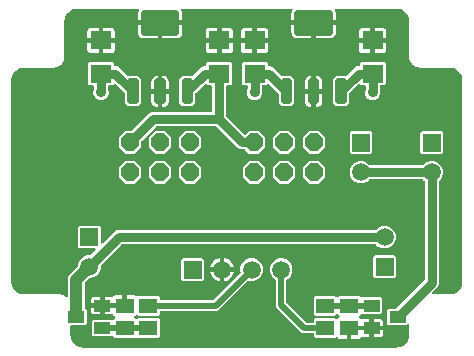
<source format=gbr>
G04 EAGLE Gerber RS-274X export*
G75*
%MOMM*%
%FSLAX34Y34*%
%LPD*%
%INTop Copper*%
%IPPOS*%
%AMOC8*
5,1,8,0,0,1.08239X$1,22.5*%
G01*
%ADD10P,1.649562X8X22.500000*%
%ADD11R,1.508000X1.508000*%
%ADD12C,1.508000*%
%ADD13C,0.484500*%
%ADD14C,0.645000*%
%ADD15R,1.800000X1.600000*%
%ADD16R,1.400000X1.000000*%
%ADD17R,1.500000X1.300000*%
%ADD18C,0.800000*%
%ADD19C,0.906400*%
%ADD20C,1.000000*%
%ADD21C,0.500000*%

G36*
X135046Y-140993D02*
X135046Y-140993D01*
X135087Y-140995D01*
X136824Y-140844D01*
X136918Y-140822D01*
X136995Y-140813D01*
X138679Y-140362D01*
X138768Y-140324D01*
X138843Y-140303D01*
X140422Y-139566D01*
X140503Y-139513D01*
X140573Y-139479D01*
X142001Y-138479D01*
X142072Y-138413D01*
X142134Y-138367D01*
X143367Y-137134D01*
X143425Y-137057D01*
X143479Y-137001D01*
X144479Y-135573D01*
X144518Y-135495D01*
X144563Y-135428D01*
X144563Y-135427D01*
X144566Y-135422D01*
X145303Y-133843D01*
X145331Y-133750D01*
X145362Y-133679D01*
X145813Y-131995D01*
X145825Y-131899D01*
X145844Y-131824D01*
X145995Y-130087D01*
X145993Y-130041D01*
X145999Y-130000D01*
X145999Y-122243D01*
X145995Y-122211D01*
X145997Y-122179D01*
X145975Y-122072D01*
X145959Y-121963D01*
X145946Y-121934D01*
X145940Y-121902D01*
X145888Y-121806D01*
X145843Y-121706D01*
X145822Y-121682D01*
X145807Y-121653D01*
X145731Y-121575D01*
X145660Y-121492D01*
X145633Y-121474D01*
X145610Y-121451D01*
X145515Y-121398D01*
X145424Y-121338D01*
X145393Y-121328D01*
X145365Y-121312D01*
X145258Y-121287D01*
X145154Y-121255D01*
X145122Y-121255D01*
X145091Y-121247D01*
X144981Y-121253D01*
X144872Y-121252D01*
X144841Y-121260D01*
X144809Y-121262D01*
X144706Y-121298D01*
X144600Y-121327D01*
X144573Y-121344D01*
X144542Y-121354D01*
X144469Y-121408D01*
X144360Y-121475D01*
X144328Y-121511D01*
X144293Y-121536D01*
X143829Y-122001D01*
X128171Y-122001D01*
X126999Y-120829D01*
X126999Y-109171D01*
X128171Y-107999D01*
X134101Y-107999D01*
X134195Y-107986D01*
X134292Y-107981D01*
X134335Y-107966D01*
X134380Y-107959D01*
X134467Y-107920D01*
X134558Y-107888D01*
X134593Y-107863D01*
X134637Y-107843D01*
X134734Y-107760D01*
X134807Y-107707D01*
X158707Y-83807D01*
X158764Y-83730D01*
X158829Y-83659D01*
X158849Y-83618D01*
X158876Y-83582D01*
X158910Y-83491D01*
X158952Y-83405D01*
X158958Y-83363D01*
X158975Y-83318D01*
X158984Y-83208D01*
X158987Y-83197D01*
X158988Y-83175D01*
X158999Y-83101D01*
X158999Y-406D01*
X158986Y-311D01*
X158981Y-215D01*
X158966Y-172D01*
X158959Y-127D01*
X158920Y-39D01*
X158888Y52D01*
X158863Y86D01*
X158843Y130D01*
X158760Y228D01*
X158707Y301D01*
X157801Y1207D01*
X157724Y1264D01*
X157653Y1329D01*
X157612Y1349D01*
X157575Y1376D01*
X157485Y1410D01*
X157399Y1452D01*
X157357Y1458D01*
X157311Y1475D01*
X157184Y1485D01*
X157094Y1499D01*
X112906Y1499D01*
X112811Y1486D01*
X112715Y1481D01*
X112672Y1466D01*
X112627Y1459D01*
X112539Y1420D01*
X112448Y1388D01*
X112414Y1363D01*
X112370Y1343D01*
X112272Y1260D01*
X112199Y1207D01*
X110404Y-588D01*
X106898Y-2041D01*
X103102Y-2041D01*
X99596Y-588D01*
X96912Y2096D01*
X95459Y5602D01*
X95459Y9398D01*
X96912Y12904D01*
X99596Y15588D01*
X103102Y17041D01*
X106898Y17041D01*
X110404Y15588D01*
X112199Y13793D01*
X112276Y13736D01*
X112347Y13671D01*
X112388Y13651D01*
X112425Y13624D01*
X112515Y13590D01*
X112601Y13548D01*
X112643Y13542D01*
X112689Y13525D01*
X112816Y13515D01*
X112906Y13501D01*
X157094Y13501D01*
X157189Y13514D01*
X157285Y13519D01*
X157328Y13534D01*
X157373Y13541D01*
X157461Y13580D01*
X157552Y13612D01*
X157586Y13637D01*
X157630Y13657D01*
X157728Y13740D01*
X157801Y13793D01*
X159596Y15588D01*
X163102Y17041D01*
X166898Y17041D01*
X170404Y15588D01*
X173088Y12904D01*
X174541Y9398D01*
X174541Y5602D01*
X173088Y2096D01*
X171293Y301D01*
X171236Y224D01*
X171171Y153D01*
X171151Y112D01*
X171124Y75D01*
X171090Y-15D01*
X171048Y-101D01*
X171042Y-143D01*
X171025Y-189D01*
X171015Y-316D01*
X171001Y-406D01*
X171001Y-87194D01*
X170087Y-89399D01*
X165193Y-94293D01*
X165174Y-94319D01*
X165149Y-94340D01*
X165089Y-94432D01*
X165024Y-94519D01*
X165012Y-94549D01*
X164995Y-94576D01*
X164963Y-94681D01*
X164924Y-94783D01*
X164922Y-94815D01*
X164912Y-94846D01*
X164911Y-94955D01*
X164902Y-95064D01*
X164909Y-95096D01*
X164908Y-95128D01*
X164938Y-95233D01*
X164960Y-95340D01*
X164975Y-95369D01*
X164984Y-95400D01*
X165041Y-95493D01*
X165092Y-95589D01*
X165115Y-95612D01*
X165132Y-95640D01*
X165213Y-95713D01*
X165289Y-95791D01*
X165317Y-95807D01*
X165341Y-95829D01*
X165439Y-95876D01*
X165534Y-95930D01*
X165566Y-95938D01*
X165595Y-95952D01*
X165684Y-95966D01*
X165809Y-95995D01*
X165857Y-95993D01*
X165899Y-95999D01*
X180000Y-95999D01*
X180046Y-95993D01*
X180087Y-95995D01*
X181824Y-95844D01*
X181918Y-95822D01*
X181995Y-95813D01*
X183679Y-95362D01*
X183768Y-95324D01*
X183843Y-95303D01*
X185422Y-94566D01*
X185503Y-94513D01*
X185573Y-94479D01*
X187001Y-93479D01*
X187072Y-93413D01*
X187134Y-93367D01*
X188367Y-92134D01*
X188425Y-92057D01*
X188479Y-92001D01*
X189479Y-90573D01*
X189523Y-90487D01*
X189566Y-90422D01*
X190014Y-89462D01*
X190303Y-88843D01*
X190331Y-88750D01*
X190362Y-88679D01*
X190813Y-86995D01*
X190825Y-86899D01*
X190844Y-86824D01*
X190995Y-85087D01*
X190993Y-85041D01*
X190999Y-85000D01*
X190999Y85000D01*
X190993Y85046D01*
X190995Y85087D01*
X190844Y86824D01*
X190822Y86918D01*
X190813Y86995D01*
X190362Y88679D01*
X190324Y88768D01*
X190303Y88843D01*
X189566Y90422D01*
X189513Y90503D01*
X189479Y90573D01*
X188479Y92001D01*
X188413Y92072D01*
X188367Y92134D01*
X187134Y93367D01*
X187057Y93425D01*
X187001Y93479D01*
X185573Y94479D01*
X185487Y94523D01*
X185422Y94566D01*
X183843Y95303D01*
X183750Y95331D01*
X183679Y95362D01*
X181995Y95813D01*
X181899Y95825D01*
X181824Y95844D01*
X180087Y95995D01*
X180041Y95993D01*
X180000Y95999D01*
X155044Y95999D01*
X153438Y96140D01*
X151923Y96546D01*
X150502Y97208D01*
X149217Y98108D01*
X148108Y99217D01*
X147208Y100502D01*
X146546Y101923D01*
X146140Y103438D01*
X145999Y105044D01*
X145999Y135000D01*
X145993Y135046D01*
X145995Y135087D01*
X145844Y136824D01*
X145824Y136907D01*
X145824Y136920D01*
X145820Y136937D01*
X145813Y136995D01*
X145362Y138679D01*
X145324Y138768D01*
X145303Y138843D01*
X144566Y140422D01*
X144513Y140503D01*
X144479Y140573D01*
X143479Y142001D01*
X143413Y142072D01*
X143367Y142134D01*
X142134Y143367D01*
X142057Y143425D01*
X142001Y143479D01*
X140573Y144479D01*
X140487Y144523D01*
X140422Y144566D01*
X138843Y145303D01*
X138750Y145331D01*
X138679Y145362D01*
X136995Y145813D01*
X136899Y145825D01*
X136824Y145844D01*
X135087Y145995D01*
X135041Y145993D01*
X135000Y145999D01*
X83839Y145999D01*
X83764Y145989D01*
X83689Y145988D01*
X83626Y145969D01*
X83560Y145959D01*
X83491Y145928D01*
X83419Y145907D01*
X83363Y145870D01*
X83303Y145843D01*
X83246Y145794D01*
X83182Y145753D01*
X83139Y145703D01*
X83089Y145660D01*
X83047Y145597D01*
X82998Y145539D01*
X82971Y145479D01*
X82934Y145424D01*
X82912Y145352D01*
X82881Y145283D01*
X82871Y145217D01*
X82852Y145154D01*
X82851Y145079D01*
X82840Y145004D01*
X82849Y144938D01*
X82848Y144872D01*
X82868Y144799D01*
X82879Y144725D01*
X82904Y144669D01*
X82923Y144600D01*
X82975Y144516D01*
X83008Y144445D01*
X83135Y144256D01*
X83569Y143207D01*
X83791Y142093D01*
X83791Y135999D01*
X66000Y135999D01*
X65936Y135990D01*
X65872Y135991D01*
X65798Y135970D01*
X65721Y135959D01*
X65662Y135933D01*
X65600Y135916D01*
X65534Y135875D01*
X65464Y135843D01*
X65415Y135801D01*
X65360Y135768D01*
X65309Y135710D01*
X65250Y135660D01*
X65214Y135606D01*
X65171Y135558D01*
X65138Y135489D01*
X65095Y135424D01*
X65076Y135362D01*
X65048Y135305D01*
X65038Y135235D01*
X65013Y135154D01*
X65012Y135069D01*
X65001Y135000D01*
X65001Y133999D01*
X64999Y133999D01*
X64999Y135000D01*
X64990Y135064D01*
X64991Y135128D01*
X64970Y135203D01*
X64959Y135279D01*
X64933Y135338D01*
X64916Y135400D01*
X64875Y135466D01*
X64843Y135536D01*
X64801Y135585D01*
X64768Y135640D01*
X64710Y135692D01*
X64660Y135750D01*
X64606Y135786D01*
X64558Y135829D01*
X64489Y135862D01*
X64424Y135905D01*
X64362Y135924D01*
X64304Y135952D01*
X64235Y135962D01*
X64154Y135987D01*
X64069Y135988D01*
X64000Y135999D01*
X46209Y135999D01*
X46209Y142093D01*
X46431Y143207D01*
X46865Y144256D01*
X46992Y144445D01*
X47024Y144513D01*
X47066Y144576D01*
X47085Y144639D01*
X47114Y144699D01*
X47126Y144774D01*
X47148Y144846D01*
X47149Y144912D01*
X47160Y144977D01*
X47151Y145052D01*
X47152Y145128D01*
X47134Y145192D01*
X47126Y145257D01*
X47097Y145327D01*
X47077Y145400D01*
X47042Y145456D01*
X47016Y145517D01*
X46968Y145575D01*
X46928Y145640D01*
X46879Y145684D01*
X46837Y145735D01*
X46775Y145778D01*
X46719Y145829D01*
X46660Y145858D01*
X46605Y145895D01*
X46533Y145919D01*
X46465Y145952D01*
X46405Y145961D01*
X46337Y145984D01*
X46239Y145987D01*
X46161Y145999D01*
X-46161Y145999D01*
X-46236Y145989D01*
X-46311Y145988D01*
X-46374Y145969D01*
X-46440Y145959D01*
X-46509Y145928D01*
X-46581Y145907D01*
X-46637Y145870D01*
X-46697Y145843D01*
X-46754Y145794D01*
X-46818Y145753D01*
X-46861Y145703D01*
X-46911Y145660D01*
X-46953Y145597D01*
X-47002Y145539D01*
X-47029Y145479D01*
X-47066Y145424D01*
X-47088Y145352D01*
X-47119Y145283D01*
X-47129Y145217D01*
X-47148Y145154D01*
X-47149Y145079D01*
X-47160Y145004D01*
X-47151Y144938D01*
X-47152Y144872D01*
X-47132Y144799D01*
X-47121Y144725D01*
X-47096Y144669D01*
X-47077Y144600D01*
X-47025Y144516D01*
X-46992Y144445D01*
X-46865Y144256D01*
X-46431Y143207D01*
X-46209Y142093D01*
X-46209Y135999D01*
X-64000Y135999D01*
X-64064Y135990D01*
X-64128Y135991D01*
X-64202Y135970D01*
X-64279Y135959D01*
X-64338Y135933D01*
X-64400Y135916D01*
X-64466Y135875D01*
X-64536Y135843D01*
X-64585Y135801D01*
X-64640Y135768D01*
X-64691Y135710D01*
X-64750Y135660D01*
X-64786Y135606D01*
X-64829Y135558D01*
X-64862Y135489D01*
X-64905Y135424D01*
X-64924Y135362D01*
X-64952Y135305D01*
X-64962Y135235D01*
X-64987Y135154D01*
X-64988Y135069D01*
X-64999Y135000D01*
X-64999Y133999D01*
X-65001Y133999D01*
X-65001Y135000D01*
X-65010Y135064D01*
X-65009Y135128D01*
X-65030Y135203D01*
X-65041Y135279D01*
X-65067Y135338D01*
X-65084Y135400D01*
X-65125Y135466D01*
X-65157Y135536D01*
X-65199Y135585D01*
X-65232Y135640D01*
X-65290Y135692D01*
X-65340Y135750D01*
X-65394Y135786D01*
X-65442Y135829D01*
X-65511Y135862D01*
X-65576Y135905D01*
X-65638Y135924D01*
X-65696Y135952D01*
X-65765Y135962D01*
X-65846Y135987D01*
X-65931Y135988D01*
X-66000Y135999D01*
X-83791Y135999D01*
X-83791Y142093D01*
X-83569Y143207D01*
X-83135Y144256D01*
X-83008Y144445D01*
X-82976Y144513D01*
X-82934Y144576D01*
X-82915Y144639D01*
X-82886Y144699D01*
X-82874Y144774D01*
X-82852Y144846D01*
X-82851Y144912D01*
X-82840Y144977D01*
X-82849Y145052D01*
X-82848Y145128D01*
X-82866Y145192D01*
X-82874Y145257D01*
X-82903Y145327D01*
X-82923Y145400D01*
X-82958Y145456D01*
X-82984Y145517D01*
X-83032Y145575D01*
X-83072Y145640D01*
X-83121Y145684D01*
X-83163Y145735D01*
X-83225Y145778D01*
X-83281Y145829D01*
X-83340Y145858D01*
X-83395Y145895D01*
X-83467Y145919D01*
X-83535Y145952D01*
X-83595Y145961D01*
X-83663Y145984D01*
X-83761Y145987D01*
X-83839Y145999D01*
X-135000Y145999D01*
X-135046Y145993D01*
X-135087Y145995D01*
X-136824Y145844D01*
X-136918Y145822D01*
X-136995Y145813D01*
X-138679Y145362D01*
X-138768Y145324D01*
X-138843Y145303D01*
X-140422Y144566D01*
X-140503Y144513D01*
X-140573Y144479D01*
X-142001Y143479D01*
X-142072Y143413D01*
X-142134Y143367D01*
X-143367Y142134D01*
X-143425Y142057D01*
X-143479Y142001D01*
X-144479Y140573D01*
X-144523Y140487D01*
X-144566Y140422D01*
X-144663Y140214D01*
X-145129Y139215D01*
X-145129Y139214D01*
X-145303Y138843D01*
X-145331Y138750D01*
X-145362Y138679D01*
X-145813Y136995D01*
X-145818Y136953D01*
X-145820Y136946D01*
X-145821Y136935D01*
X-145825Y136899D01*
X-145844Y136824D01*
X-145995Y135087D01*
X-145993Y135041D01*
X-145999Y135000D01*
X-145999Y105044D01*
X-146140Y103438D01*
X-146546Y101923D01*
X-146863Y101243D01*
X-147208Y100502D01*
X-148108Y99217D01*
X-149217Y98108D01*
X-150502Y97208D01*
X-151923Y96546D01*
X-153438Y96140D01*
X-155044Y95999D01*
X-180000Y95999D01*
X-180046Y95993D01*
X-180087Y95995D01*
X-181824Y95844D01*
X-181918Y95822D01*
X-181995Y95813D01*
X-183679Y95362D01*
X-183768Y95324D01*
X-183843Y95303D01*
X-185422Y94566D01*
X-185503Y94513D01*
X-185573Y94479D01*
X-187001Y93479D01*
X-187072Y93413D01*
X-187134Y93367D01*
X-188367Y92134D01*
X-188425Y92057D01*
X-188479Y92001D01*
X-189479Y90573D01*
X-189523Y90487D01*
X-189566Y90422D01*
X-189646Y90252D01*
X-189646Y90251D01*
X-190303Y88843D01*
X-190331Y88750D01*
X-190362Y88679D01*
X-190813Y86995D01*
X-190825Y86899D01*
X-190844Y86824D01*
X-190995Y85087D01*
X-190993Y85041D01*
X-190999Y85000D01*
X-190999Y-85000D01*
X-190993Y-85046D01*
X-190995Y-85087D01*
X-190844Y-86824D01*
X-190822Y-86918D01*
X-190813Y-86995D01*
X-190362Y-88679D01*
X-190324Y-88768D01*
X-190303Y-88843D01*
X-189566Y-90422D01*
X-189513Y-90503D01*
X-189479Y-90573D01*
X-188479Y-92001D01*
X-188413Y-92072D01*
X-188367Y-92134D01*
X-187134Y-93367D01*
X-187057Y-93425D01*
X-187001Y-93479D01*
X-185573Y-94479D01*
X-185487Y-94523D01*
X-185422Y-94566D01*
X-183843Y-95303D01*
X-183750Y-95331D01*
X-183679Y-95362D01*
X-181995Y-95813D01*
X-181899Y-95825D01*
X-181824Y-95844D01*
X-180087Y-95995D01*
X-180041Y-95993D01*
X-180000Y-95999D01*
X-150044Y-95999D01*
X-148438Y-96140D01*
X-146923Y-96546D01*
X-145501Y-97208D01*
X-144573Y-97859D01*
X-144571Y-97860D01*
X-144569Y-97861D01*
X-144546Y-97873D01*
X-144496Y-97897D01*
X-144424Y-97945D01*
X-144371Y-97961D01*
X-144322Y-97986D01*
X-144237Y-98002D01*
X-144154Y-98027D01*
X-144099Y-98028D01*
X-144044Y-98038D01*
X-143959Y-98030D01*
X-143872Y-98031D01*
X-143819Y-98016D01*
X-143764Y-98011D01*
X-143684Y-97979D01*
X-143600Y-97956D01*
X-143553Y-97927D01*
X-143502Y-97906D01*
X-143434Y-97853D01*
X-143360Y-97808D01*
X-143323Y-97767D01*
X-143280Y-97733D01*
X-143252Y-97694D01*
X-143250Y-97692D01*
X-143240Y-97677D01*
X-143229Y-97662D01*
X-143171Y-97598D01*
X-143147Y-97549D01*
X-143115Y-97504D01*
X-143101Y-97466D01*
X-143095Y-97456D01*
X-143083Y-97416D01*
X-143048Y-97345D01*
X-143040Y-97294D01*
X-143021Y-97238D01*
X-143019Y-97206D01*
X-143013Y-97186D01*
X-143012Y-97110D01*
X-143001Y-97040D01*
X-143001Y-82107D01*
X-141935Y-79534D01*
X-134833Y-72433D01*
X-134776Y-72356D01*
X-134711Y-72285D01*
X-134691Y-72244D01*
X-134664Y-72207D01*
X-134630Y-72117D01*
X-134588Y-72031D01*
X-134582Y-71989D01*
X-134565Y-71943D01*
X-134555Y-71816D01*
X-134541Y-71726D01*
X-134541Y-70602D01*
X-133088Y-67096D01*
X-130404Y-64412D01*
X-126898Y-62959D01*
X-124359Y-62959D01*
X-124265Y-62946D01*
X-124168Y-62941D01*
X-124125Y-62926D01*
X-124080Y-62919D01*
X-123993Y-62880D01*
X-123902Y-62848D01*
X-123868Y-62823D01*
X-123823Y-62803D01*
X-123726Y-62720D01*
X-123653Y-62667D01*
X-119733Y-58747D01*
X-119720Y-58729D01*
X-119711Y-58721D01*
X-119706Y-58714D01*
X-119689Y-58700D01*
X-119629Y-58608D01*
X-119564Y-58521D01*
X-119552Y-58491D01*
X-119535Y-58464D01*
X-119503Y-58359D01*
X-119464Y-58257D01*
X-119462Y-58225D01*
X-119452Y-58194D01*
X-119451Y-58085D01*
X-119442Y-57976D01*
X-119449Y-57944D01*
X-119448Y-57912D01*
X-119478Y-57807D01*
X-119500Y-57700D01*
X-119515Y-57671D01*
X-119524Y-57640D01*
X-119581Y-57547D01*
X-119632Y-57451D01*
X-119655Y-57428D01*
X-119672Y-57400D01*
X-119753Y-57327D01*
X-119829Y-57249D01*
X-119857Y-57233D01*
X-119881Y-57211D01*
X-119979Y-57164D01*
X-120074Y-57110D01*
X-120106Y-57102D01*
X-120135Y-57088D01*
X-120224Y-57074D01*
X-120349Y-57045D01*
X-120397Y-57047D01*
X-120439Y-57041D01*
X-133369Y-57041D01*
X-134541Y-55869D01*
X-134541Y-39131D01*
X-133369Y-37959D01*
X-116631Y-37959D01*
X-115459Y-39131D01*
X-115459Y-52061D01*
X-115455Y-52093D01*
X-115457Y-52125D01*
X-115435Y-52232D01*
X-115419Y-52340D01*
X-115406Y-52369D01*
X-115400Y-52401D01*
X-115348Y-52497D01*
X-115303Y-52597D01*
X-115282Y-52621D01*
X-115267Y-52650D01*
X-115191Y-52728D01*
X-115120Y-52811D01*
X-115093Y-52829D01*
X-115070Y-52852D01*
X-114975Y-52906D01*
X-114884Y-52965D01*
X-114853Y-52975D01*
X-114825Y-52991D01*
X-114718Y-53016D01*
X-114614Y-53048D01*
X-114582Y-53048D01*
X-114551Y-53056D01*
X-114441Y-53050D01*
X-114332Y-53052D01*
X-114301Y-53043D01*
X-114269Y-53041D01*
X-114166Y-53006D01*
X-114060Y-52976D01*
X-114033Y-52959D01*
X-114002Y-52949D01*
X-113929Y-52896D01*
X-113820Y-52828D01*
X-113788Y-52792D01*
X-113753Y-52767D01*
X-105228Y-44241D01*
X-103399Y-42413D01*
X-101194Y-41499D01*
X117094Y-41499D01*
X117189Y-41486D01*
X117285Y-41481D01*
X117328Y-41466D01*
X117373Y-41459D01*
X117461Y-41420D01*
X117552Y-41388D01*
X117586Y-41363D01*
X117630Y-41343D01*
X117728Y-41260D01*
X117801Y-41207D01*
X119596Y-39412D01*
X123102Y-37959D01*
X126898Y-37959D01*
X130404Y-39412D01*
X133088Y-42096D01*
X134541Y-45602D01*
X134541Y-49398D01*
X133088Y-52904D01*
X130404Y-55588D01*
X126898Y-57041D01*
X123102Y-57041D01*
X119596Y-55588D01*
X117801Y-53793D01*
X117724Y-53736D01*
X117653Y-53671D01*
X117612Y-53651D01*
X117575Y-53624D01*
X117485Y-53590D01*
X117399Y-53548D01*
X117357Y-53542D01*
X117311Y-53525D01*
X117184Y-53515D01*
X117094Y-53501D01*
X-97101Y-53501D01*
X-97195Y-53514D01*
X-97292Y-53519D01*
X-97335Y-53534D01*
X-97380Y-53541D01*
X-97467Y-53580D01*
X-97558Y-53612D01*
X-97593Y-53637D01*
X-97637Y-53657D01*
X-97734Y-53740D01*
X-97807Y-53793D01*
X-115167Y-71153D01*
X-115224Y-71230D01*
X-115289Y-71301D01*
X-115309Y-71342D01*
X-115336Y-71378D01*
X-115370Y-71469D01*
X-115412Y-71555D01*
X-115418Y-71597D01*
X-115435Y-71642D01*
X-115445Y-71770D01*
X-115459Y-71859D01*
X-115459Y-74398D01*
X-116912Y-77904D01*
X-119596Y-80588D01*
X-123102Y-82041D01*
X-124226Y-82041D01*
X-124321Y-82054D01*
X-124417Y-82059D01*
X-124461Y-82074D01*
X-124506Y-82081D01*
X-124593Y-82120D01*
X-124684Y-82152D01*
X-124718Y-82177D01*
X-124762Y-82197D01*
X-124860Y-82280D01*
X-124933Y-82333D01*
X-128707Y-86107D01*
X-128764Y-86184D01*
X-128829Y-86255D01*
X-128849Y-86296D01*
X-128876Y-86333D01*
X-128910Y-86423D01*
X-128952Y-86509D01*
X-128958Y-86551D01*
X-128975Y-86597D01*
X-128985Y-86724D01*
X-128999Y-86814D01*
X-128999Y-107000D01*
X-128990Y-107064D01*
X-128991Y-107128D01*
X-128970Y-107203D01*
X-128959Y-107279D01*
X-128933Y-107338D01*
X-128916Y-107400D01*
X-128875Y-107466D01*
X-128843Y-107536D01*
X-128801Y-107585D01*
X-128768Y-107640D01*
X-128710Y-107692D01*
X-128660Y-107750D01*
X-128606Y-107786D01*
X-128558Y-107829D01*
X-128489Y-107862D01*
X-128424Y-107905D01*
X-128362Y-107924D01*
X-128305Y-107952D01*
X-128235Y-107963D01*
X-128196Y-107975D01*
X-126999Y-109171D01*
X-126999Y-120829D01*
X-128171Y-122001D01*
X-140000Y-122001D01*
X-140064Y-122010D01*
X-140128Y-122009D01*
X-140203Y-122030D01*
X-140279Y-122041D01*
X-140338Y-122067D01*
X-140400Y-122084D01*
X-140466Y-122125D01*
X-140536Y-122157D01*
X-140585Y-122199D01*
X-140640Y-122232D01*
X-140692Y-122290D01*
X-140750Y-122340D01*
X-140786Y-122394D01*
X-140829Y-122442D01*
X-140862Y-122511D01*
X-140905Y-122576D01*
X-140924Y-122638D01*
X-140952Y-122695D01*
X-140963Y-122765D01*
X-140987Y-122846D01*
X-140988Y-122931D01*
X-140999Y-123000D01*
X-140999Y-130000D01*
X-140993Y-130046D01*
X-140995Y-130087D01*
X-140844Y-131824D01*
X-140822Y-131918D01*
X-140813Y-131995D01*
X-140362Y-133679D01*
X-140324Y-133768D01*
X-140303Y-133843D01*
X-139566Y-135422D01*
X-139513Y-135503D01*
X-139479Y-135573D01*
X-138479Y-137001D01*
X-138413Y-137072D01*
X-138367Y-137134D01*
X-137134Y-138367D01*
X-137057Y-138425D01*
X-137001Y-138479D01*
X-135573Y-139479D01*
X-135487Y-139523D01*
X-135422Y-139566D01*
X-133843Y-140303D01*
X-133750Y-140331D01*
X-133679Y-140362D01*
X-131995Y-140813D01*
X-131899Y-140825D01*
X-131824Y-140844D01*
X-130087Y-140995D01*
X-130041Y-140993D01*
X-130000Y-140999D01*
X135000Y-140999D01*
X135046Y-140993D01*
G37*
%LPC*%
G36*
X-94385Y23079D02*
X-94385Y23079D01*
X-100021Y28715D01*
X-100021Y36685D01*
X-94385Y42321D01*
X-89679Y42321D01*
X-89585Y42334D01*
X-89488Y42339D01*
X-89445Y42354D01*
X-89400Y42361D01*
X-89313Y42400D01*
X-89222Y42432D01*
X-89187Y42457D01*
X-89143Y42477D01*
X-89046Y42560D01*
X-88973Y42613D01*
X-74199Y57387D01*
X-71994Y58301D01*
X-22000Y58301D01*
X-21936Y58310D01*
X-21872Y58309D01*
X-21797Y58330D01*
X-21721Y58341D01*
X-21662Y58367D01*
X-21600Y58384D01*
X-21534Y58425D01*
X-21464Y58457D01*
X-21415Y58499D01*
X-21360Y58532D01*
X-21308Y58590D01*
X-21250Y58640D01*
X-21214Y58694D01*
X-21171Y58742D01*
X-21138Y58811D01*
X-21095Y58876D01*
X-21076Y58938D01*
X-21048Y58995D01*
X-21037Y59065D01*
X-21013Y59146D01*
X-21012Y59231D01*
X-21001Y59300D01*
X-21001Y80000D01*
X-21010Y80064D01*
X-21009Y80128D01*
X-21030Y80203D01*
X-21041Y80279D01*
X-21067Y80338D01*
X-21084Y80400D01*
X-21125Y80466D01*
X-21157Y80536D01*
X-21199Y80585D01*
X-21232Y80640D01*
X-21290Y80692D01*
X-21340Y80750D01*
X-21394Y80786D01*
X-21442Y80829D01*
X-21511Y80862D01*
X-21576Y80905D01*
X-21638Y80924D01*
X-21695Y80952D01*
X-21765Y80963D01*
X-21846Y80987D01*
X-21931Y80988D01*
X-22000Y80999D01*
X-24829Y80999D01*
X-25965Y82136D01*
X-26016Y82174D01*
X-26061Y82220D01*
X-26129Y82258D01*
X-26191Y82305D01*
X-26251Y82327D01*
X-26307Y82359D01*
X-26382Y82377D01*
X-26454Y82404D01*
X-26518Y82409D01*
X-26581Y82424D01*
X-26659Y82420D01*
X-26736Y82426D01*
X-26798Y82413D01*
X-26863Y82410D01*
X-26936Y82384D01*
X-27012Y82369D01*
X-27069Y82338D01*
X-27129Y82317D01*
X-27186Y82276D01*
X-27261Y82236D01*
X-27322Y82177D01*
X-27378Y82136D01*
X-34957Y74557D01*
X-34999Y74501D01*
X-35000Y74499D01*
X-35004Y74494D01*
X-35014Y74480D01*
X-35079Y74409D01*
X-35099Y74368D01*
X-35126Y74332D01*
X-35147Y74275D01*
X-35155Y74263D01*
X-35165Y74232D01*
X-35202Y74155D01*
X-35208Y74113D01*
X-35225Y74068D01*
X-35229Y74021D01*
X-35237Y73994D01*
X-35238Y73921D01*
X-35249Y73851D01*
X-35249Y65840D01*
X-37840Y63249D01*
X-46160Y63249D01*
X-48751Y65840D01*
X-48751Y86160D01*
X-46160Y88751D01*
X-38149Y88751D01*
X-38055Y88764D01*
X-37958Y88769D01*
X-37915Y88784D01*
X-37870Y88791D01*
X-37783Y88830D01*
X-37692Y88862D01*
X-37657Y88887D01*
X-37613Y88907D01*
X-37516Y88990D01*
X-37443Y89043D01*
X-30399Y96087D01*
X-28194Y97001D01*
X-27000Y97001D01*
X-26936Y97010D01*
X-26872Y97009D01*
X-26797Y97030D01*
X-26721Y97041D01*
X-26662Y97067D01*
X-26600Y97084D01*
X-26534Y97125D01*
X-26464Y97157D01*
X-26415Y97199D01*
X-26360Y97232D01*
X-26308Y97290D01*
X-26250Y97340D01*
X-26214Y97394D01*
X-26171Y97442D01*
X-26138Y97511D01*
X-26095Y97576D01*
X-26076Y97638D01*
X-26048Y97695D01*
X-26037Y97765D01*
X-26013Y97846D01*
X-26012Y97931D01*
X-26001Y98000D01*
X-26001Y99829D01*
X-24829Y101001D01*
X-5171Y101001D01*
X-3999Y99829D01*
X-3999Y82171D01*
X-5171Y80999D01*
X-8000Y80999D01*
X-8064Y80990D01*
X-8128Y80991D01*
X-8203Y80970D01*
X-8279Y80959D01*
X-8338Y80933D01*
X-8400Y80916D01*
X-8466Y80875D01*
X-8536Y80843D01*
X-8585Y80801D01*
X-8640Y80768D01*
X-8692Y80710D01*
X-8750Y80660D01*
X-8786Y80606D01*
X-8829Y80558D01*
X-8862Y80489D01*
X-8905Y80424D01*
X-8924Y80362D01*
X-8952Y80305D01*
X-8963Y80235D01*
X-8987Y80154D01*
X-8988Y80069D01*
X-8999Y80000D01*
X-8999Y55199D01*
X-8986Y55105D01*
X-8981Y55008D01*
X-8966Y54965D01*
X-8959Y54920D01*
X-8920Y54833D01*
X-8888Y54742D01*
X-8863Y54707D01*
X-8843Y54663D01*
X-8760Y54566D01*
X-8707Y54493D01*
X6334Y39453D01*
X6385Y39414D01*
X6430Y39368D01*
X6497Y39330D01*
X6559Y39283D01*
X6619Y39261D01*
X6675Y39229D01*
X6751Y39211D01*
X6823Y39184D01*
X6887Y39179D01*
X6950Y39164D01*
X7027Y39168D01*
X7104Y39162D01*
X7167Y39175D01*
X7231Y39178D01*
X7305Y39204D01*
X7380Y39220D01*
X7437Y39250D01*
X7498Y39271D01*
X7555Y39312D01*
X7629Y39352D01*
X7690Y39411D01*
X7747Y39453D01*
X10615Y42321D01*
X18585Y42321D01*
X24221Y36685D01*
X24221Y28715D01*
X18585Y23079D01*
X10615Y23079D01*
X7288Y26407D01*
X7211Y26464D01*
X7139Y26529D01*
X7098Y26549D01*
X7062Y26576D01*
X6972Y26610D01*
X6886Y26652D01*
X6844Y26658D01*
X6798Y26675D01*
X6671Y26685D01*
X6581Y26699D01*
X3406Y26699D01*
X1201Y27613D01*
X-17193Y46007D01*
X-17270Y46064D01*
X-17341Y46129D01*
X-17382Y46149D01*
X-17418Y46176D01*
X-17509Y46210D01*
X-17595Y46252D01*
X-17637Y46258D01*
X-17682Y46275D01*
X-17810Y46285D01*
X-17899Y46299D01*
X-67901Y46299D01*
X-67995Y46286D01*
X-68092Y46281D01*
X-68135Y46266D01*
X-68180Y46259D01*
X-68267Y46220D01*
X-68358Y46188D01*
X-68393Y46163D01*
X-68437Y46143D01*
X-68534Y46060D01*
X-68607Y46007D01*
X-80487Y34127D01*
X-80544Y34050D01*
X-80609Y33979D01*
X-80629Y33938D01*
X-80656Y33902D01*
X-80690Y33811D01*
X-80732Y33725D01*
X-80738Y33683D01*
X-80755Y33638D01*
X-80765Y33510D01*
X-80779Y33421D01*
X-80779Y28715D01*
X-86415Y23079D01*
X-94385Y23079D01*
G37*
%LPD*%
%LPC*%
G36*
X-103329Y-133001D02*
X-103329Y-133001D01*
X-104793Y-131536D01*
X-104819Y-131517D01*
X-104840Y-131492D01*
X-104867Y-131474D01*
X-104890Y-131451D01*
X-104957Y-131413D01*
X-105019Y-131367D01*
X-105049Y-131355D01*
X-105076Y-131338D01*
X-105107Y-131328D01*
X-105135Y-131312D01*
X-105211Y-131294D01*
X-105283Y-131267D01*
X-105315Y-131265D01*
X-105346Y-131255D01*
X-105378Y-131255D01*
X-105410Y-131247D01*
X-105487Y-131251D01*
X-105564Y-131245D01*
X-105595Y-131252D01*
X-105628Y-131252D01*
X-105659Y-131260D01*
X-105691Y-131262D01*
X-105765Y-131287D01*
X-105840Y-131303D01*
X-105868Y-131318D01*
X-105900Y-131327D01*
X-105927Y-131344D01*
X-105958Y-131354D01*
X-106015Y-131396D01*
X-106089Y-131436D01*
X-106112Y-131458D01*
X-106140Y-131475D01*
X-106163Y-131501D01*
X-121829Y-131501D01*
X-123001Y-130329D01*
X-123001Y-118671D01*
X-121829Y-117499D01*
X-106167Y-117499D01*
X-106160Y-117508D01*
X-106133Y-117526D01*
X-106110Y-117549D01*
X-106043Y-117587D01*
X-105981Y-117633D01*
X-105951Y-117645D01*
X-105924Y-117662D01*
X-105893Y-117672D01*
X-105865Y-117688D01*
X-105790Y-117705D01*
X-105717Y-117733D01*
X-105685Y-117735D01*
X-105654Y-117745D01*
X-105622Y-117745D01*
X-105591Y-117753D01*
X-105514Y-117749D01*
X-105436Y-117755D01*
X-105404Y-117748D01*
X-105372Y-117748D01*
X-105341Y-117740D01*
X-105309Y-117738D01*
X-105236Y-117713D01*
X-105160Y-117697D01*
X-105131Y-117682D01*
X-105100Y-117673D01*
X-105073Y-117656D01*
X-105042Y-117646D01*
X-104986Y-117605D01*
X-104911Y-117565D01*
X-104888Y-117542D01*
X-104860Y-117525D01*
X-104828Y-117489D01*
X-104793Y-117464D01*
X-103271Y-115941D01*
X-103239Y-115898D01*
X-103199Y-115862D01*
X-103154Y-115786D01*
X-103101Y-115716D01*
X-103083Y-115666D01*
X-103055Y-115619D01*
X-103033Y-115534D01*
X-103002Y-115452D01*
X-102998Y-115398D01*
X-102984Y-115346D01*
X-102987Y-115258D01*
X-102980Y-115171D01*
X-102991Y-115118D01*
X-102993Y-115065D01*
X-103020Y-114981D01*
X-103038Y-114895D01*
X-103063Y-114847D01*
X-103079Y-114796D01*
X-103129Y-114723D01*
X-103170Y-114646D01*
X-103208Y-114607D01*
X-103238Y-114563D01*
X-103299Y-114514D01*
X-103367Y-114444D01*
X-103430Y-114408D01*
X-103478Y-114369D01*
X-104060Y-114033D01*
X-104533Y-113560D01*
X-104705Y-113263D01*
X-104744Y-113212D01*
X-104776Y-113156D01*
X-104831Y-113102D01*
X-104879Y-113041D01*
X-104931Y-113003D01*
X-104977Y-112958D01*
X-105045Y-112921D01*
X-105108Y-112876D01*
X-105169Y-112855D01*
X-105225Y-112824D01*
X-105301Y-112808D01*
X-105374Y-112782D01*
X-105438Y-112779D01*
X-105501Y-112765D01*
X-105578Y-112771D01*
X-105656Y-112767D01*
X-105718Y-112781D01*
X-105782Y-112786D01*
X-105848Y-112811D01*
X-105930Y-112830D01*
X-105977Y-112856D01*
X-106665Y-113041D01*
X-112001Y-113041D01*
X-112001Y-107499D01*
X-96000Y-107499D01*
X-95936Y-107490D01*
X-95872Y-107491D01*
X-95798Y-107470D01*
X-95721Y-107459D01*
X-95662Y-107433D01*
X-95600Y-107416D01*
X-95534Y-107375D01*
X-95464Y-107343D01*
X-95415Y-107301D01*
X-95360Y-107268D01*
X-95309Y-107210D01*
X-95250Y-107160D01*
X-95214Y-107106D01*
X-95171Y-107058D01*
X-95138Y-106989D01*
X-95095Y-106924D01*
X-95076Y-106862D01*
X-95048Y-106805D01*
X-95038Y-106735D01*
X-95013Y-106654D01*
X-95012Y-106569D01*
X-95001Y-106500D01*
X-95001Y-105499D01*
X-94000Y-105499D01*
X-93936Y-105490D01*
X-93872Y-105491D01*
X-93797Y-105470D01*
X-93721Y-105459D01*
X-93662Y-105433D01*
X-93600Y-105416D01*
X-93534Y-105375D01*
X-93464Y-105343D01*
X-93415Y-105301D01*
X-93360Y-105268D01*
X-93308Y-105210D01*
X-93250Y-105160D01*
X-93214Y-105106D01*
X-93171Y-105058D01*
X-93138Y-104989D01*
X-93095Y-104924D01*
X-93076Y-104862D01*
X-93048Y-104804D01*
X-93038Y-104735D01*
X-93013Y-104654D01*
X-93012Y-104569D01*
X-93001Y-104500D01*
X-93001Y-96459D01*
X-87165Y-96459D01*
X-86519Y-96632D01*
X-85940Y-96967D01*
X-85449Y-97458D01*
X-85438Y-97478D01*
X-85377Y-97541D01*
X-85323Y-97610D01*
X-85279Y-97641D01*
X-85242Y-97680D01*
X-85165Y-97723D01*
X-85094Y-97775D01*
X-85043Y-97792D01*
X-84996Y-97819D01*
X-84911Y-97839D01*
X-84828Y-97868D01*
X-84774Y-97872D01*
X-84722Y-97884D01*
X-84634Y-97879D01*
X-84546Y-97884D01*
X-84494Y-97872D01*
X-84440Y-97870D01*
X-84357Y-97841D01*
X-84271Y-97821D01*
X-84225Y-97795D01*
X-84174Y-97777D01*
X-84110Y-97731D01*
X-84025Y-97683D01*
X-83975Y-97632D01*
X-83925Y-97595D01*
X-83329Y-96999D01*
X-66671Y-96999D01*
X-65499Y-98171D01*
X-65499Y-100000D01*
X-65490Y-100064D01*
X-65491Y-100128D01*
X-65470Y-100203D01*
X-65459Y-100279D01*
X-65433Y-100338D01*
X-65416Y-100400D01*
X-65375Y-100466D01*
X-65343Y-100536D01*
X-65301Y-100585D01*
X-65268Y-100640D01*
X-65210Y-100692D01*
X-65160Y-100750D01*
X-65106Y-100786D01*
X-65058Y-100829D01*
X-64989Y-100862D01*
X-64924Y-100905D01*
X-64862Y-100924D01*
X-64805Y-100952D01*
X-64735Y-100963D01*
X-64654Y-100987D01*
X-64569Y-100988D01*
X-64500Y-100999D01*
X-20278Y-100999D01*
X-20183Y-100986D01*
X-20087Y-100981D01*
X-20044Y-100966D01*
X-19999Y-100959D01*
X-19911Y-100920D01*
X-19821Y-100888D01*
X-19786Y-100863D01*
X-19742Y-100843D01*
X-19645Y-100760D01*
X-19572Y-100707D01*
X2861Y-78274D01*
X2867Y-78266D01*
X2875Y-78260D01*
X2952Y-78153D01*
X3031Y-78048D01*
X3034Y-78039D01*
X3040Y-78031D01*
X3084Y-77908D01*
X3130Y-77784D01*
X3131Y-77775D01*
X3134Y-77766D01*
X3142Y-77634D01*
X3152Y-77503D01*
X3150Y-77494D01*
X3151Y-77484D01*
X3132Y-77409D01*
X3094Y-77227D01*
X3083Y-77206D01*
X3078Y-77185D01*
X2959Y-76898D01*
X2959Y-73102D01*
X4412Y-69596D01*
X7096Y-66912D01*
X10602Y-65459D01*
X14398Y-65459D01*
X17904Y-66912D01*
X20588Y-69596D01*
X22041Y-73102D01*
X22041Y-76898D01*
X20588Y-80404D01*
X17904Y-83088D01*
X14398Y-84541D01*
X10602Y-84541D01*
X10315Y-84422D01*
X10306Y-84420D01*
X10298Y-84415D01*
X10169Y-84384D01*
X10042Y-84352D01*
X10033Y-84352D01*
X10024Y-84350D01*
X9891Y-84357D01*
X9760Y-84361D01*
X9751Y-84364D01*
X9742Y-84364D01*
X9617Y-84408D01*
X9492Y-84448D01*
X9484Y-84454D01*
X9475Y-84457D01*
X9413Y-84502D01*
X9259Y-84607D01*
X9244Y-84626D01*
X9226Y-84639D01*
X-13207Y-107072D01*
X-16136Y-110001D01*
X-64500Y-110001D01*
X-64564Y-110010D01*
X-64628Y-110009D01*
X-64703Y-110030D01*
X-64779Y-110041D01*
X-64838Y-110067D01*
X-64900Y-110084D01*
X-64966Y-110125D01*
X-65036Y-110157D01*
X-65085Y-110199D01*
X-65140Y-110232D01*
X-65192Y-110290D01*
X-65250Y-110340D01*
X-65286Y-110394D01*
X-65329Y-110442D01*
X-65362Y-110511D01*
X-65405Y-110576D01*
X-65424Y-110638D01*
X-65452Y-110695D01*
X-65463Y-110765D01*
X-65487Y-110846D01*
X-65488Y-110931D01*
X-65499Y-111000D01*
X-65499Y-112829D01*
X-66671Y-114001D01*
X-83329Y-114001D01*
X-83925Y-113405D01*
X-83968Y-113372D01*
X-84004Y-113333D01*
X-84080Y-113288D01*
X-84150Y-113235D01*
X-84201Y-113216D01*
X-84247Y-113189D01*
X-84332Y-113167D01*
X-84414Y-113136D01*
X-84468Y-113132D01*
X-84520Y-113118D01*
X-84608Y-113121D01*
X-84695Y-113114D01*
X-84748Y-113125D01*
X-84802Y-113127D01*
X-84885Y-113154D01*
X-84971Y-113172D01*
X-85019Y-113197D01*
X-85070Y-113213D01*
X-85143Y-113263D01*
X-85220Y-113304D01*
X-85259Y-113342D01*
X-85303Y-113372D01*
X-85352Y-113433D01*
X-85423Y-113501D01*
X-85442Y-113535D01*
X-85940Y-114033D01*
X-86522Y-114369D01*
X-86565Y-114402D01*
X-86612Y-114428D01*
X-86675Y-114489D01*
X-86744Y-114543D01*
X-86775Y-114587D01*
X-86814Y-114624D01*
X-86857Y-114701D01*
X-86909Y-114773D01*
X-86926Y-114823D01*
X-86953Y-114870D01*
X-86973Y-114956D01*
X-87002Y-115038D01*
X-87005Y-115092D01*
X-87018Y-115144D01*
X-87013Y-115232D01*
X-87018Y-115320D01*
X-87006Y-115372D01*
X-87003Y-115426D01*
X-86975Y-115509D01*
X-86955Y-115595D01*
X-86929Y-115642D01*
X-86911Y-115692D01*
X-86865Y-115756D01*
X-86817Y-115841D01*
X-86765Y-115892D01*
X-86729Y-115941D01*
X-85707Y-116964D01*
X-85655Y-117003D01*
X-85610Y-117049D01*
X-85543Y-117087D01*
X-85481Y-117133D01*
X-85421Y-117156D01*
X-85365Y-117188D01*
X-85289Y-117205D01*
X-85217Y-117233D01*
X-85153Y-117238D01*
X-85090Y-117253D01*
X-85013Y-117249D01*
X-84936Y-117255D01*
X-84873Y-117241D01*
X-84809Y-117238D01*
X-84736Y-117213D01*
X-84660Y-117197D01*
X-84603Y-117167D01*
X-84542Y-117146D01*
X-84486Y-117104D01*
X-84411Y-117064D01*
X-84350Y-117005D01*
X-84293Y-116964D01*
X-83329Y-115999D01*
X-66671Y-115999D01*
X-65499Y-117171D01*
X-65499Y-131829D01*
X-66671Y-133001D01*
X-83329Y-133001D01*
X-84293Y-132036D01*
X-84345Y-131997D01*
X-84390Y-131951D01*
X-84457Y-131913D01*
X-84519Y-131867D01*
X-84579Y-131844D01*
X-84635Y-131812D01*
X-84710Y-131795D01*
X-84783Y-131767D01*
X-84847Y-131762D01*
X-84909Y-131747D01*
X-84987Y-131751D01*
X-85064Y-131745D01*
X-85127Y-131759D01*
X-85191Y-131762D01*
X-85264Y-131787D01*
X-85340Y-131803D01*
X-85397Y-131833D01*
X-85458Y-131854D01*
X-85514Y-131896D01*
X-85589Y-131935D01*
X-85650Y-131995D01*
X-85707Y-132036D01*
X-86671Y-133001D01*
X-103329Y-133001D01*
G37*
%LPD*%
%LPC*%
G36*
X86519Y-133368D02*
X86519Y-133368D01*
X85940Y-133033D01*
X85449Y-132542D01*
X85438Y-132522D01*
X85377Y-132459D01*
X85323Y-132390D01*
X85279Y-132359D01*
X85242Y-132320D01*
X85165Y-132277D01*
X85094Y-132225D01*
X85043Y-132208D01*
X84996Y-132181D01*
X84911Y-132161D01*
X84828Y-132132D01*
X84774Y-132128D01*
X84722Y-132116D01*
X84634Y-132121D01*
X84546Y-132116D01*
X84494Y-132128D01*
X84440Y-132130D01*
X84357Y-132159D01*
X84271Y-132179D01*
X84225Y-132205D01*
X84174Y-132223D01*
X84110Y-132269D01*
X84025Y-132317D01*
X83975Y-132368D01*
X83925Y-132405D01*
X83329Y-133001D01*
X66671Y-133001D01*
X65499Y-131829D01*
X65499Y-130000D01*
X65490Y-129937D01*
X65491Y-129880D01*
X65491Y-129879D01*
X65491Y-129872D01*
X65470Y-129797D01*
X65459Y-129721D01*
X65433Y-129662D01*
X65416Y-129600D01*
X65375Y-129534D01*
X65343Y-129464D01*
X65301Y-129415D01*
X65268Y-129360D01*
X65210Y-129308D01*
X65160Y-129250D01*
X65106Y-129214D01*
X65058Y-129171D01*
X64989Y-129138D01*
X64924Y-129095D01*
X64862Y-129076D01*
X64805Y-129048D01*
X64735Y-129037D01*
X64654Y-129013D01*
X64569Y-129012D01*
X64500Y-129001D01*
X55136Y-129001D01*
X32999Y-106864D01*
X32999Y-84130D01*
X32998Y-84121D01*
X32999Y-84111D01*
X32978Y-83982D01*
X32959Y-83851D01*
X32956Y-83842D01*
X32954Y-83833D01*
X32897Y-83714D01*
X32843Y-83594D01*
X32837Y-83587D01*
X32833Y-83578D01*
X32745Y-83480D01*
X32660Y-83380D01*
X32652Y-83375D01*
X32646Y-83368D01*
X32580Y-83327D01*
X32424Y-83225D01*
X32401Y-83218D01*
X32382Y-83207D01*
X32096Y-83088D01*
X29412Y-80404D01*
X27959Y-76898D01*
X27959Y-73102D01*
X29412Y-69596D01*
X32096Y-66912D01*
X35602Y-65459D01*
X39398Y-65459D01*
X42904Y-66912D01*
X45588Y-69596D01*
X47041Y-73102D01*
X47041Y-76898D01*
X45588Y-80404D01*
X42904Y-83088D01*
X42618Y-83207D01*
X42609Y-83212D01*
X42600Y-83214D01*
X42488Y-83284D01*
X42375Y-83351D01*
X42368Y-83358D01*
X42360Y-83363D01*
X42272Y-83460D01*
X42182Y-83556D01*
X42178Y-83565D01*
X42171Y-83572D01*
X42114Y-83690D01*
X42054Y-83808D01*
X42052Y-83817D01*
X42048Y-83826D01*
X42036Y-83902D01*
X42002Y-84085D01*
X42004Y-84109D01*
X42001Y-84130D01*
X42001Y-102722D01*
X42014Y-102817D01*
X42019Y-102913D01*
X42034Y-102956D01*
X42041Y-103001D01*
X42080Y-103089D01*
X42112Y-103179D01*
X42137Y-103214D01*
X42157Y-103258D01*
X42240Y-103355D01*
X42293Y-103428D01*
X58572Y-119707D01*
X58648Y-119764D01*
X58720Y-119829D01*
X58761Y-119849D01*
X58797Y-119876D01*
X58887Y-119910D01*
X58974Y-119952D01*
X59016Y-119958D01*
X59061Y-119975D01*
X59189Y-119985D01*
X59278Y-119999D01*
X64500Y-119999D01*
X64564Y-119990D01*
X64628Y-119991D01*
X64703Y-119970D01*
X64779Y-119959D01*
X64838Y-119933D01*
X64900Y-119916D01*
X64966Y-119875D01*
X65036Y-119843D01*
X65085Y-119801D01*
X65140Y-119768D01*
X65192Y-119710D01*
X65250Y-119660D01*
X65286Y-119606D01*
X65329Y-119558D01*
X65362Y-119489D01*
X65405Y-119424D01*
X65424Y-119362D01*
X65452Y-119305D01*
X65463Y-119235D01*
X65487Y-119154D01*
X65488Y-119069D01*
X65499Y-119000D01*
X65499Y-117171D01*
X66671Y-115999D01*
X83329Y-115999D01*
X83925Y-116595D01*
X83968Y-116628D01*
X84004Y-116667D01*
X84080Y-116712D01*
X84150Y-116765D01*
X84201Y-116784D01*
X84247Y-116811D01*
X84332Y-116833D01*
X84414Y-116864D01*
X84468Y-116868D01*
X84520Y-116882D01*
X84608Y-116879D01*
X84695Y-116886D01*
X84748Y-116875D01*
X84802Y-116873D01*
X84885Y-116846D01*
X84971Y-116828D01*
X85019Y-116803D01*
X85070Y-116787D01*
X85143Y-116737D01*
X85220Y-116696D01*
X85259Y-116658D01*
X85303Y-116628D01*
X85352Y-116567D01*
X85423Y-116499D01*
X85442Y-116465D01*
X85940Y-115967D01*
X86522Y-115631D01*
X86564Y-115598D01*
X86612Y-115572D01*
X86675Y-115511D01*
X86744Y-115457D01*
X86775Y-115413D01*
X86814Y-115376D01*
X86857Y-115299D01*
X86909Y-115227D01*
X86926Y-115177D01*
X86953Y-115130D01*
X86973Y-115044D01*
X87002Y-114962D01*
X87005Y-114908D01*
X87018Y-114856D01*
X87013Y-114768D01*
X87018Y-114680D01*
X87006Y-114628D01*
X87004Y-114574D01*
X86975Y-114491D01*
X86955Y-114405D01*
X86929Y-114358D01*
X86911Y-114308D01*
X86865Y-114245D01*
X86817Y-114159D01*
X86765Y-114108D01*
X86729Y-114059D01*
X85707Y-113036D01*
X85655Y-112998D01*
X85610Y-112951D01*
X85543Y-112913D01*
X85481Y-112867D01*
X85421Y-112844D01*
X85365Y-112812D01*
X85290Y-112795D01*
X85217Y-112767D01*
X85153Y-112762D01*
X85091Y-112747D01*
X85013Y-112751D01*
X84936Y-112745D01*
X84873Y-112759D01*
X84809Y-112762D01*
X84736Y-112787D01*
X84660Y-112803D01*
X84603Y-112833D01*
X84542Y-112854D01*
X84486Y-112896D01*
X84411Y-112935D01*
X84350Y-112995D01*
X84293Y-113036D01*
X83329Y-114001D01*
X66671Y-114001D01*
X65499Y-112829D01*
X65499Y-98171D01*
X66671Y-96999D01*
X83329Y-96999D01*
X84293Y-97964D01*
X84345Y-98002D01*
X84390Y-98049D01*
X84457Y-98087D01*
X84519Y-98133D01*
X84579Y-98156D01*
X84635Y-98188D01*
X84710Y-98205D01*
X84783Y-98233D01*
X84847Y-98238D01*
X84910Y-98253D01*
X84987Y-98249D01*
X85064Y-98255D01*
X85127Y-98241D01*
X85191Y-98238D01*
X85264Y-98213D01*
X85340Y-98197D01*
X85397Y-98167D01*
X85458Y-98146D01*
X85514Y-98104D01*
X85589Y-98065D01*
X85650Y-98005D01*
X85707Y-97964D01*
X86671Y-96999D01*
X103329Y-96999D01*
X104793Y-98464D01*
X104819Y-98483D01*
X104840Y-98508D01*
X104867Y-98526D01*
X104890Y-98549D01*
X104957Y-98587D01*
X105019Y-98633D01*
X105049Y-98645D01*
X105076Y-98662D01*
X105107Y-98672D01*
X105135Y-98688D01*
X105211Y-98706D01*
X105283Y-98733D01*
X105315Y-98735D01*
X105346Y-98745D01*
X105378Y-98745D01*
X105410Y-98753D01*
X105487Y-98749D01*
X105564Y-98755D01*
X105595Y-98748D01*
X105628Y-98748D01*
X105659Y-98740D01*
X105691Y-98738D01*
X105765Y-98713D01*
X105840Y-98697D01*
X105868Y-98682D01*
X105900Y-98673D01*
X105927Y-98656D01*
X105958Y-98646D01*
X106015Y-98604D01*
X106089Y-98564D01*
X106112Y-98542D01*
X106140Y-98525D01*
X106163Y-98499D01*
X121829Y-98499D01*
X123001Y-99671D01*
X123001Y-111329D01*
X121829Y-112501D01*
X106167Y-112501D01*
X106160Y-112492D01*
X106133Y-112474D01*
X106110Y-112451D01*
X106043Y-112413D01*
X105981Y-112367D01*
X105951Y-112355D01*
X105924Y-112338D01*
X105893Y-112328D01*
X105865Y-112312D01*
X105790Y-112295D01*
X105717Y-112267D01*
X105685Y-112265D01*
X105654Y-112255D01*
X105622Y-112255D01*
X105591Y-112247D01*
X105514Y-112251D01*
X105436Y-112245D01*
X105404Y-112252D01*
X105372Y-112252D01*
X105341Y-112260D01*
X105309Y-112262D01*
X105236Y-112287D01*
X105160Y-112303D01*
X105131Y-112318D01*
X105100Y-112327D01*
X105073Y-112344D01*
X105042Y-112354D01*
X104986Y-112395D01*
X104911Y-112435D01*
X104888Y-112458D01*
X104860Y-112475D01*
X104828Y-112511D01*
X104793Y-112536D01*
X103271Y-114059D01*
X103239Y-114102D01*
X103199Y-114138D01*
X103154Y-114214D01*
X103101Y-114284D01*
X103083Y-114334D01*
X103055Y-114381D01*
X103033Y-114466D01*
X103002Y-114548D01*
X102998Y-114602D01*
X102984Y-114654D01*
X102987Y-114742D01*
X102980Y-114829D01*
X102991Y-114882D01*
X102993Y-114935D01*
X103020Y-115019D01*
X103038Y-115105D01*
X103063Y-115153D01*
X103079Y-115204D01*
X103129Y-115277D01*
X103170Y-115354D01*
X103208Y-115393D01*
X103238Y-115437D01*
X103299Y-115486D01*
X103367Y-115556D01*
X103430Y-115592D01*
X103478Y-115631D01*
X104060Y-115967D01*
X104533Y-116440D01*
X104705Y-116737D01*
X104744Y-116788D01*
X104776Y-116844D01*
X104831Y-116898D01*
X104879Y-116959D01*
X104931Y-116997D01*
X104977Y-117042D01*
X105045Y-117079D01*
X105108Y-117124D01*
X105169Y-117145D01*
X105225Y-117176D01*
X105301Y-117192D01*
X105374Y-117218D01*
X105438Y-117221D01*
X105501Y-117235D01*
X105578Y-117229D01*
X105656Y-117233D01*
X105718Y-117219D01*
X105782Y-117214D01*
X105848Y-117189D01*
X105930Y-117170D01*
X105977Y-117144D01*
X106665Y-116959D01*
X112001Y-116959D01*
X112001Y-122501D01*
X96000Y-122501D01*
X95936Y-122510D01*
X95872Y-122509D01*
X95798Y-122530D01*
X95721Y-122541D01*
X95662Y-122567D01*
X95600Y-122584D01*
X95534Y-122625D01*
X95464Y-122657D01*
X95415Y-122699D01*
X95360Y-122732D01*
X95309Y-122790D01*
X95250Y-122840D01*
X95214Y-122894D01*
X95171Y-122942D01*
X95138Y-123011D01*
X95095Y-123076D01*
X95076Y-123138D01*
X95048Y-123195D01*
X95038Y-123265D01*
X95013Y-123346D01*
X95012Y-123431D01*
X95001Y-123500D01*
X95001Y-124501D01*
X94000Y-124501D01*
X93936Y-124510D01*
X93872Y-124509D01*
X93797Y-124530D01*
X93721Y-124541D01*
X93662Y-124567D01*
X93600Y-124584D01*
X93534Y-124625D01*
X93464Y-124657D01*
X93415Y-124699D01*
X93360Y-124732D01*
X93308Y-124790D01*
X93250Y-124840D01*
X93214Y-124894D01*
X93171Y-124942D01*
X93138Y-125011D01*
X93095Y-125076D01*
X93076Y-125138D01*
X93048Y-125196D01*
X93038Y-125265D01*
X93013Y-125346D01*
X93012Y-125431D01*
X93001Y-125500D01*
X93001Y-133541D01*
X87165Y-133541D01*
X86519Y-133368D01*
G37*
%LPD*%
%LPC*%
G36*
X83840Y63249D02*
X83840Y63249D01*
X81249Y65840D01*
X81249Y86160D01*
X83840Y88751D01*
X91851Y88751D01*
X91945Y88764D01*
X92042Y88769D01*
X92085Y88784D01*
X92130Y88791D01*
X92217Y88830D01*
X92308Y88862D01*
X92343Y88887D01*
X92387Y88907D01*
X92484Y88990D01*
X92557Y89043D01*
X99601Y96087D01*
X101806Y97001D01*
X103000Y97001D01*
X103064Y97010D01*
X103128Y97009D01*
X103203Y97030D01*
X103279Y97041D01*
X103338Y97067D01*
X103400Y97084D01*
X103466Y97125D01*
X103536Y97157D01*
X103585Y97199D01*
X103640Y97232D01*
X103692Y97290D01*
X103750Y97340D01*
X103786Y97394D01*
X103829Y97442D01*
X103862Y97511D01*
X103905Y97576D01*
X103924Y97638D01*
X103952Y97695D01*
X103963Y97765D01*
X103987Y97846D01*
X103988Y97931D01*
X103999Y98000D01*
X103999Y99829D01*
X105171Y101001D01*
X124829Y101001D01*
X126001Y99829D01*
X126001Y82171D01*
X124829Y80999D01*
X122000Y80999D01*
X121936Y80990D01*
X121872Y80991D01*
X121797Y80970D01*
X121721Y80959D01*
X121662Y80933D01*
X121600Y80916D01*
X121534Y80875D01*
X121464Y80843D01*
X121415Y80801D01*
X121360Y80768D01*
X121308Y80710D01*
X121250Y80660D01*
X121214Y80606D01*
X121171Y80558D01*
X121138Y80489D01*
X121095Y80424D01*
X121076Y80362D01*
X121048Y80305D01*
X121037Y80235D01*
X121013Y80154D01*
X121012Y80069D01*
X121001Y80000D01*
X121001Y77783D01*
X121007Y77741D01*
X121004Y77700D01*
X121024Y77616D01*
X121041Y77503D01*
X121065Y77450D01*
X121077Y77400D01*
X121533Y76299D01*
X121533Y73701D01*
X120538Y71299D01*
X118701Y69462D01*
X116299Y68467D01*
X113701Y68467D01*
X111299Y69462D01*
X109462Y71299D01*
X108467Y73701D01*
X108467Y76299D01*
X108923Y77400D01*
X108934Y77441D01*
X108952Y77478D01*
X108965Y77563D01*
X108993Y77673D01*
X108991Y77732D01*
X108999Y77783D01*
X108999Y80000D01*
X108990Y80064D01*
X108991Y80128D01*
X108970Y80203D01*
X108959Y80279D01*
X108933Y80338D01*
X108916Y80400D01*
X108875Y80466D01*
X108843Y80536D01*
X108801Y80585D01*
X108768Y80640D01*
X108710Y80692D01*
X108660Y80750D01*
X108606Y80786D01*
X108558Y80829D01*
X108489Y80862D01*
X108424Y80905D01*
X108362Y80924D01*
X108305Y80952D01*
X108235Y80963D01*
X108154Y80987D01*
X108069Y80988D01*
X108000Y80999D01*
X105171Y80999D01*
X104035Y82136D01*
X103984Y82174D01*
X103939Y82220D01*
X103871Y82258D01*
X103809Y82305D01*
X103749Y82327D01*
X103693Y82359D01*
X103618Y82377D01*
X103546Y82404D01*
X103482Y82409D01*
X103419Y82424D01*
X103341Y82420D01*
X103264Y82426D01*
X103202Y82413D01*
X103137Y82410D01*
X103064Y82384D01*
X102988Y82369D01*
X102931Y82338D01*
X102871Y82317D01*
X102814Y82276D01*
X102739Y82236D01*
X102678Y82177D01*
X102622Y82136D01*
X95043Y74557D01*
X95001Y74501D01*
X95000Y74499D01*
X94996Y74494D01*
X94986Y74480D01*
X94921Y74409D01*
X94901Y74368D01*
X94874Y74332D01*
X94853Y74275D01*
X94845Y74263D01*
X94835Y74232D01*
X94798Y74155D01*
X94792Y74113D01*
X94775Y74068D01*
X94771Y74021D01*
X94763Y73994D01*
X94762Y73921D01*
X94751Y73851D01*
X94751Y65840D01*
X92160Y63249D01*
X83840Y63249D01*
G37*
%LPD*%
%LPC*%
G36*
X37840Y63249D02*
X37840Y63249D01*
X35249Y65840D01*
X35249Y73851D01*
X35240Y73913D01*
X35241Y73967D01*
X35233Y73996D01*
X35231Y74042D01*
X35216Y74085D01*
X35209Y74130D01*
X35175Y74206D01*
X35166Y74239D01*
X35158Y74253D01*
X35138Y74308D01*
X35113Y74343D01*
X35093Y74387D01*
X35027Y74464D01*
X35018Y74479D01*
X35005Y74490D01*
X34957Y74557D01*
X27378Y82136D01*
X27327Y82174D01*
X27282Y82220D01*
X27215Y82258D01*
X27153Y82305D01*
X27092Y82328D01*
X27037Y82359D01*
X26961Y82377D01*
X26889Y82404D01*
X26825Y82409D01*
X26762Y82424D01*
X26685Y82420D01*
X26608Y82426D01*
X26545Y82413D01*
X26480Y82410D01*
X26407Y82384D01*
X26331Y82369D01*
X26275Y82338D01*
X26214Y82317D01*
X26157Y82276D01*
X26082Y82236D01*
X26022Y82177D01*
X25965Y82136D01*
X24829Y80999D01*
X22000Y80999D01*
X21936Y80990D01*
X21872Y80991D01*
X21797Y80970D01*
X21721Y80959D01*
X21662Y80933D01*
X21600Y80916D01*
X21534Y80875D01*
X21464Y80843D01*
X21415Y80801D01*
X21360Y80768D01*
X21308Y80710D01*
X21250Y80660D01*
X21214Y80606D01*
X21171Y80558D01*
X21138Y80489D01*
X21095Y80424D01*
X21076Y80362D01*
X21048Y80305D01*
X21037Y80235D01*
X21013Y80154D01*
X21012Y80069D01*
X21001Y80000D01*
X21001Y77783D01*
X21007Y77741D01*
X21004Y77700D01*
X21024Y77616D01*
X21041Y77503D01*
X21065Y77450D01*
X21077Y77400D01*
X21533Y76299D01*
X21533Y73701D01*
X20538Y71299D01*
X18701Y69462D01*
X16299Y68467D01*
X13701Y68467D01*
X11299Y69462D01*
X9462Y71299D01*
X8467Y73701D01*
X8467Y76299D01*
X8923Y77400D01*
X8934Y77441D01*
X8952Y77478D01*
X8965Y77563D01*
X8993Y77673D01*
X8991Y77732D01*
X8999Y77783D01*
X8999Y80000D01*
X8990Y80064D01*
X8991Y80128D01*
X8970Y80203D01*
X8959Y80279D01*
X8933Y80338D01*
X8916Y80400D01*
X8875Y80466D01*
X8843Y80536D01*
X8801Y80585D01*
X8768Y80640D01*
X8710Y80692D01*
X8660Y80750D01*
X8606Y80786D01*
X8558Y80829D01*
X8489Y80862D01*
X8424Y80905D01*
X8362Y80924D01*
X8305Y80952D01*
X8235Y80963D01*
X8154Y80987D01*
X8069Y80988D01*
X8000Y80999D01*
X5171Y80999D01*
X3999Y82171D01*
X3999Y99829D01*
X5171Y101001D01*
X24829Y101001D01*
X26001Y99829D01*
X26001Y98000D01*
X26010Y97936D01*
X26009Y97872D01*
X26030Y97797D01*
X26041Y97721D01*
X26067Y97662D01*
X26084Y97600D01*
X26125Y97534D01*
X26157Y97464D01*
X26199Y97415D01*
X26232Y97360D01*
X26290Y97308D01*
X26340Y97250D01*
X26394Y97214D01*
X26442Y97171D01*
X26511Y97138D01*
X26576Y97095D01*
X26638Y97076D01*
X26695Y97048D01*
X26765Y97037D01*
X26846Y97013D01*
X26931Y97012D01*
X27000Y97001D01*
X28194Y97001D01*
X30399Y96087D01*
X37443Y89043D01*
X37520Y88986D01*
X37591Y88921D01*
X37632Y88901D01*
X37668Y88874D01*
X37759Y88840D01*
X37845Y88798D01*
X37887Y88792D01*
X37932Y88775D01*
X38060Y88765D01*
X38149Y88751D01*
X46160Y88751D01*
X48751Y86160D01*
X48751Y65840D01*
X46160Y63249D01*
X37840Y63249D01*
G37*
%LPD*%
%LPC*%
G36*
X-92160Y63249D02*
X-92160Y63249D01*
X-94751Y65840D01*
X-94751Y73851D01*
X-94760Y73913D01*
X-94759Y73967D01*
X-94767Y73996D01*
X-94769Y74042D01*
X-94784Y74085D01*
X-94791Y74130D01*
X-94825Y74206D01*
X-94834Y74239D01*
X-94842Y74253D01*
X-94862Y74308D01*
X-94887Y74343D01*
X-94907Y74387D01*
X-94973Y74464D01*
X-94982Y74479D01*
X-94995Y74490D01*
X-95043Y74557D01*
X-102622Y82136D01*
X-102673Y82174D01*
X-102718Y82220D01*
X-102785Y82258D01*
X-102847Y82305D01*
X-102908Y82328D01*
X-102963Y82359D01*
X-103039Y82377D01*
X-103111Y82404D01*
X-103175Y82409D01*
X-103238Y82424D01*
X-103315Y82420D01*
X-103392Y82426D01*
X-103455Y82413D01*
X-103520Y82410D01*
X-103593Y82384D01*
X-103669Y82369D01*
X-103725Y82338D01*
X-103786Y82317D01*
X-103843Y82276D01*
X-103918Y82236D01*
X-103978Y82177D01*
X-104035Y82136D01*
X-105171Y80999D01*
X-108000Y80999D01*
X-108064Y80990D01*
X-108128Y80991D01*
X-108203Y80970D01*
X-108279Y80959D01*
X-108338Y80933D01*
X-108400Y80916D01*
X-108466Y80875D01*
X-108536Y80843D01*
X-108585Y80801D01*
X-108640Y80768D01*
X-108692Y80710D01*
X-108750Y80660D01*
X-108786Y80606D01*
X-108829Y80558D01*
X-108862Y80489D01*
X-108905Y80424D01*
X-108924Y80362D01*
X-108952Y80305D01*
X-108963Y80235D01*
X-108987Y80154D01*
X-108988Y80069D01*
X-108999Y80000D01*
X-108999Y77783D01*
X-108993Y77741D01*
X-108996Y77700D01*
X-108976Y77616D01*
X-108959Y77503D01*
X-108935Y77450D01*
X-108923Y77400D01*
X-108467Y76299D01*
X-108467Y73701D01*
X-109462Y71299D01*
X-111299Y69462D01*
X-113701Y68467D01*
X-116299Y68467D01*
X-118701Y69462D01*
X-120538Y71299D01*
X-121533Y73701D01*
X-121533Y76299D01*
X-121077Y77400D01*
X-121066Y77441D01*
X-121048Y77478D01*
X-121035Y77563D01*
X-121007Y77673D01*
X-121009Y77732D01*
X-121001Y77783D01*
X-121001Y80000D01*
X-121010Y80064D01*
X-121009Y80128D01*
X-121030Y80203D01*
X-121041Y80279D01*
X-121067Y80338D01*
X-121084Y80400D01*
X-121125Y80466D01*
X-121157Y80536D01*
X-121199Y80585D01*
X-121232Y80640D01*
X-121290Y80692D01*
X-121340Y80750D01*
X-121394Y80786D01*
X-121442Y80829D01*
X-121511Y80862D01*
X-121576Y80905D01*
X-121638Y80924D01*
X-121695Y80952D01*
X-121765Y80963D01*
X-121846Y80987D01*
X-121931Y80988D01*
X-122000Y80999D01*
X-124829Y80999D01*
X-126001Y82171D01*
X-126001Y99829D01*
X-124829Y101001D01*
X-105171Y101001D01*
X-103999Y99829D01*
X-103999Y98000D01*
X-103990Y97936D01*
X-103991Y97872D01*
X-103970Y97797D01*
X-103959Y97721D01*
X-103933Y97662D01*
X-103916Y97600D01*
X-103875Y97534D01*
X-103843Y97464D01*
X-103801Y97415D01*
X-103768Y97360D01*
X-103710Y97308D01*
X-103660Y97250D01*
X-103606Y97214D01*
X-103558Y97171D01*
X-103489Y97138D01*
X-103424Y97095D01*
X-103362Y97076D01*
X-103305Y97048D01*
X-103235Y97037D01*
X-103154Y97013D01*
X-103069Y97012D01*
X-103000Y97001D01*
X-101806Y97001D01*
X-99601Y96087D01*
X-97772Y94259D01*
X-92557Y89043D01*
X-92480Y88986D01*
X-92409Y88921D01*
X-92368Y88901D01*
X-92332Y88874D01*
X-92242Y88840D01*
X-92155Y88798D01*
X-92113Y88792D01*
X-92068Y88775D01*
X-91940Y88765D01*
X-91851Y88751D01*
X-83840Y88751D01*
X-81249Y86160D01*
X-81249Y65840D01*
X-83840Y63249D01*
X-92160Y63249D01*
G37*
%LPD*%
%LPC*%
G36*
X96631Y22959D02*
X96631Y22959D01*
X95459Y24131D01*
X95459Y40869D01*
X96631Y42041D01*
X113369Y42041D01*
X114541Y40869D01*
X114541Y24131D01*
X113369Y22959D01*
X96631Y22959D01*
G37*
%LPD*%
%LPC*%
G36*
X156631Y22959D02*
X156631Y22959D01*
X155459Y24131D01*
X155459Y40869D01*
X156631Y42041D01*
X173369Y42041D01*
X174541Y40869D01*
X174541Y24131D01*
X173369Y22959D01*
X156631Y22959D01*
G37*
%LPD*%
%LPC*%
G36*
X-45869Y-84541D02*
X-45869Y-84541D01*
X-47041Y-83369D01*
X-47041Y-66631D01*
X-45869Y-65459D01*
X-29131Y-65459D01*
X-27959Y-66631D01*
X-27959Y-83369D01*
X-29131Y-84541D01*
X-45869Y-84541D01*
G37*
%LPD*%
%LPC*%
G36*
X116631Y-82041D02*
X116631Y-82041D01*
X115459Y-80869D01*
X115459Y-64131D01*
X116631Y-62959D01*
X133369Y-62959D01*
X134541Y-64131D01*
X134541Y-80869D01*
X133369Y-82041D01*
X116631Y-82041D01*
G37*
%LPD*%
%LPC*%
G36*
X-43585Y23079D02*
X-43585Y23079D01*
X-49221Y28715D01*
X-49221Y36685D01*
X-43585Y42321D01*
X-35615Y42321D01*
X-29979Y36685D01*
X-29979Y28715D01*
X-35615Y23079D01*
X-43585Y23079D01*
G37*
%LPD*%
%LPC*%
G36*
X36015Y23079D02*
X36015Y23079D01*
X30379Y28715D01*
X30379Y36685D01*
X36015Y42321D01*
X43985Y42321D01*
X49621Y36685D01*
X49621Y28715D01*
X43985Y23079D01*
X36015Y23079D01*
G37*
%LPD*%
%LPC*%
G36*
X-68985Y23079D02*
X-68985Y23079D01*
X-74621Y28715D01*
X-74621Y36685D01*
X-68985Y42321D01*
X-61015Y42321D01*
X-55379Y36685D01*
X-55379Y28715D01*
X-61015Y23079D01*
X-68985Y23079D01*
G37*
%LPD*%
%LPC*%
G36*
X61415Y23079D02*
X61415Y23079D01*
X55779Y28715D01*
X55779Y36685D01*
X61415Y42321D01*
X69385Y42321D01*
X75021Y36685D01*
X75021Y28715D01*
X69385Y23079D01*
X61415Y23079D01*
G37*
%LPD*%
%LPC*%
G36*
X-94385Y-2321D02*
X-94385Y-2321D01*
X-100021Y3315D01*
X-100021Y11285D01*
X-94385Y16921D01*
X-86415Y16921D01*
X-80779Y11285D01*
X-80779Y3315D01*
X-86415Y-2321D01*
X-94385Y-2321D01*
G37*
%LPD*%
%LPC*%
G36*
X-68985Y-2321D02*
X-68985Y-2321D01*
X-74621Y3315D01*
X-74621Y11285D01*
X-68985Y16921D01*
X-61015Y16921D01*
X-55379Y11285D01*
X-55379Y3315D01*
X-61015Y-2321D01*
X-68985Y-2321D01*
G37*
%LPD*%
%LPC*%
G36*
X-43585Y-2321D02*
X-43585Y-2321D01*
X-49221Y3315D01*
X-49221Y11285D01*
X-43585Y16921D01*
X-35615Y16921D01*
X-29979Y11285D01*
X-29979Y3315D01*
X-35615Y-2321D01*
X-43585Y-2321D01*
G37*
%LPD*%
%LPC*%
G36*
X10615Y-2321D02*
X10615Y-2321D01*
X4979Y3315D01*
X4979Y11285D01*
X10615Y16921D01*
X18585Y16921D01*
X24221Y11285D01*
X24221Y3315D01*
X18585Y-2321D01*
X10615Y-2321D01*
G37*
%LPD*%
%LPC*%
G36*
X36015Y-2321D02*
X36015Y-2321D01*
X30379Y3315D01*
X30379Y11285D01*
X36015Y16921D01*
X43985Y16921D01*
X49621Y11285D01*
X49621Y3315D01*
X43985Y-2321D01*
X36015Y-2321D01*
G37*
%LPD*%
%LPC*%
G36*
X61415Y-2321D02*
X61415Y-2321D01*
X55779Y3315D01*
X55779Y11285D01*
X61415Y16921D01*
X69385Y16921D01*
X75021Y11285D01*
X75021Y3315D01*
X69385Y-2321D01*
X61415Y-2321D01*
G37*
%LPD*%
%LPC*%
G36*
X-78593Y120709D02*
X-78593Y120709D01*
X-79707Y120931D01*
X-80756Y121365D01*
X-81701Y121997D01*
X-82503Y122799D01*
X-83135Y123744D01*
X-83569Y124793D01*
X-83791Y125907D01*
X-83791Y132001D01*
X-66999Y132001D01*
X-66999Y120709D01*
X-78593Y120709D01*
G37*
%LPD*%
%LPC*%
G36*
X66999Y120709D02*
X66999Y120709D01*
X66999Y132001D01*
X83791Y132001D01*
X83791Y125907D01*
X83569Y124793D01*
X83135Y123744D01*
X82503Y122799D01*
X81701Y121997D01*
X80756Y121365D01*
X79707Y120931D01*
X78593Y120709D01*
X66999Y120709D01*
G37*
%LPD*%
%LPC*%
G36*
X-63001Y120709D02*
X-63001Y120709D01*
X-63001Y132001D01*
X-46209Y132001D01*
X-46209Y125907D01*
X-46431Y124793D01*
X-46865Y123744D01*
X-47497Y122799D01*
X-48299Y121997D01*
X-49244Y121365D01*
X-50293Y120931D01*
X-51407Y120709D01*
X-63001Y120709D01*
G37*
%LPD*%
%LPC*%
G36*
X51407Y120709D02*
X51407Y120709D01*
X50293Y120931D01*
X49244Y121365D01*
X48299Y121997D01*
X47497Y122799D01*
X46865Y123744D01*
X46431Y124793D01*
X46209Y125907D01*
X46209Y132001D01*
X63001Y132001D01*
X63001Y120709D01*
X51407Y120709D01*
G37*
%LPD*%
%LPC*%
G36*
X96999Y-133541D02*
X96999Y-133541D01*
X96999Y-126499D01*
X112001Y-126499D01*
X112001Y-132041D01*
X106665Y-132041D01*
X105987Y-131859D01*
X105955Y-131840D01*
X105880Y-131820D01*
X105808Y-131792D01*
X105744Y-131785D01*
X105682Y-131769D01*
X105605Y-131771D01*
X105528Y-131764D01*
X105464Y-131776D01*
X105400Y-131777D01*
X105326Y-131801D01*
X105250Y-131815D01*
X105193Y-131845D01*
X105132Y-131864D01*
X105068Y-131908D01*
X104999Y-131943D01*
X104952Y-131986D01*
X104898Y-132023D01*
X104854Y-132077D01*
X104792Y-132135D01*
X104749Y-132208D01*
X104705Y-132263D01*
X104533Y-132560D01*
X104060Y-133033D01*
X103481Y-133368D01*
X102835Y-133541D01*
X96999Y-133541D01*
G37*
%LPD*%
%LPC*%
G36*
X-112001Y-103501D02*
X-112001Y-103501D01*
X-112001Y-97959D01*
X-106665Y-97959D01*
X-105987Y-98141D01*
X-105955Y-98160D01*
X-105880Y-98180D01*
X-105808Y-98208D01*
X-105744Y-98215D01*
X-105682Y-98231D01*
X-105605Y-98229D01*
X-105528Y-98236D01*
X-105464Y-98224D01*
X-105400Y-98223D01*
X-105326Y-98199D01*
X-105250Y-98185D01*
X-105193Y-98155D01*
X-105132Y-98136D01*
X-105068Y-98092D01*
X-104999Y-98057D01*
X-104952Y-98014D01*
X-104898Y-97977D01*
X-104854Y-97923D01*
X-104792Y-97865D01*
X-104749Y-97792D01*
X-104705Y-97737D01*
X-104533Y-97440D01*
X-104060Y-96967D01*
X-103481Y-96632D01*
X-102835Y-96459D01*
X-96999Y-96459D01*
X-96999Y-103501D01*
X-112001Y-103501D01*
G37*
%LPD*%
%LPC*%
G36*
X-26541Y120999D02*
X-26541Y120999D01*
X-26541Y127335D01*
X-26368Y127981D01*
X-26033Y128560D01*
X-25560Y129033D01*
X-24981Y129368D01*
X-24335Y129541D01*
X-16999Y129541D01*
X-16999Y120999D01*
X-26541Y120999D01*
G37*
%LPD*%
%LPC*%
G36*
X16999Y120999D02*
X16999Y120999D01*
X16999Y129541D01*
X24335Y129541D01*
X24981Y129368D01*
X25560Y129033D01*
X26033Y128560D01*
X26368Y127981D01*
X26541Y127335D01*
X26541Y120999D01*
X16999Y120999D01*
G37*
%LPD*%
%LPC*%
G36*
X-126541Y120999D02*
X-126541Y120999D01*
X-126541Y127335D01*
X-126368Y127981D01*
X-126033Y128560D01*
X-125560Y129033D01*
X-124981Y129368D01*
X-124335Y129541D01*
X-116999Y129541D01*
X-116999Y120999D01*
X-126541Y120999D01*
G37*
%LPD*%
%LPC*%
G36*
X116999Y120999D02*
X116999Y120999D01*
X116999Y129541D01*
X124335Y129541D01*
X124981Y129368D01*
X125560Y129033D01*
X126033Y128560D01*
X126368Y127981D01*
X126541Y127335D01*
X126541Y120999D01*
X116999Y120999D01*
G37*
%LPD*%
%LPC*%
G36*
X103459Y120999D02*
X103459Y120999D01*
X103459Y127335D01*
X103632Y127981D01*
X103967Y128560D01*
X104440Y129033D01*
X105019Y129368D01*
X105665Y129541D01*
X113001Y129541D01*
X113001Y120999D01*
X103459Y120999D01*
G37*
%LPD*%
%LPC*%
G36*
X-113001Y120999D02*
X-113001Y120999D01*
X-113001Y129541D01*
X-105665Y129541D01*
X-105019Y129368D01*
X-104440Y129033D01*
X-103967Y128560D01*
X-103632Y127981D01*
X-103459Y127335D01*
X-103459Y120999D01*
X-113001Y120999D01*
G37*
%LPD*%
%LPC*%
G36*
X3459Y120999D02*
X3459Y120999D01*
X3459Y127335D01*
X3632Y127981D01*
X3967Y128560D01*
X4440Y129033D01*
X5019Y129368D01*
X5665Y129541D01*
X13001Y129541D01*
X13001Y120999D01*
X3459Y120999D01*
G37*
%LPD*%
%LPC*%
G36*
X-13001Y120999D02*
X-13001Y120999D01*
X-13001Y129541D01*
X-5665Y129541D01*
X-5019Y129368D01*
X-4440Y129033D01*
X-3967Y128560D01*
X-3632Y127981D01*
X-3459Y127335D01*
X-3459Y120999D01*
X-13001Y120999D01*
G37*
%LPD*%
%LPC*%
G36*
X16999Y108459D02*
X16999Y108459D01*
X16999Y117001D01*
X26541Y117001D01*
X26541Y110665D01*
X26368Y110019D01*
X26033Y109440D01*
X25560Y108967D01*
X24981Y108632D01*
X24335Y108459D01*
X16999Y108459D01*
G37*
%LPD*%
%LPC*%
G36*
X116999Y108459D02*
X116999Y108459D01*
X116999Y117001D01*
X126541Y117001D01*
X126541Y110665D01*
X126368Y110019D01*
X126033Y109440D01*
X125560Y108967D01*
X124981Y108632D01*
X124335Y108459D01*
X116999Y108459D01*
G37*
%LPD*%
%LPC*%
G36*
X-124335Y108459D02*
X-124335Y108459D01*
X-124981Y108632D01*
X-125560Y108967D01*
X-126033Y109440D01*
X-126368Y110019D01*
X-126541Y110665D01*
X-126541Y117001D01*
X-116999Y117001D01*
X-116999Y108459D01*
X-124335Y108459D01*
G37*
%LPD*%
%LPC*%
G36*
X-24335Y108459D02*
X-24335Y108459D01*
X-24981Y108632D01*
X-25560Y108967D01*
X-26033Y109440D01*
X-26368Y110019D01*
X-26541Y110665D01*
X-26541Y117001D01*
X-16999Y117001D01*
X-16999Y108459D01*
X-24335Y108459D01*
G37*
%LPD*%
%LPC*%
G36*
X105665Y108459D02*
X105665Y108459D01*
X105019Y108632D01*
X104440Y108967D01*
X103967Y109440D01*
X103632Y110019D01*
X103459Y110665D01*
X103459Y117001D01*
X113001Y117001D01*
X113001Y108459D01*
X105665Y108459D01*
G37*
%LPD*%
%LPC*%
G36*
X-13001Y108459D02*
X-13001Y108459D01*
X-13001Y117001D01*
X-3459Y117001D01*
X-3459Y110665D01*
X-3632Y110019D01*
X-3967Y109440D01*
X-4440Y108967D01*
X-5019Y108632D01*
X-5665Y108459D01*
X-13001Y108459D01*
G37*
%LPD*%
%LPC*%
G36*
X-113001Y108459D02*
X-113001Y108459D01*
X-113001Y117001D01*
X-103459Y117001D01*
X-103459Y110665D01*
X-103632Y110019D01*
X-103967Y109440D01*
X-104440Y108967D01*
X-105019Y108632D01*
X-105665Y108459D01*
X-113001Y108459D01*
G37*
%LPD*%
%LPC*%
G36*
X5665Y108459D02*
X5665Y108459D01*
X5019Y108632D01*
X4440Y108967D01*
X3967Y109440D01*
X3632Y110019D01*
X3459Y110665D01*
X3459Y117001D01*
X13001Y117001D01*
X13001Y108459D01*
X5665Y108459D01*
G37*
%LPD*%
%LPC*%
G36*
X66999Y77999D02*
X66999Y77999D01*
X66999Y89291D01*
X67816Y89291D01*
X68775Y89100D01*
X69678Y88726D01*
X70491Y88183D01*
X71183Y87491D01*
X71726Y86678D01*
X72100Y85775D01*
X72291Y84816D01*
X72291Y77999D01*
X66999Y77999D01*
G37*
%LPD*%
%LPC*%
G36*
X-72291Y77999D02*
X-72291Y77999D01*
X-72291Y84816D01*
X-72100Y85775D01*
X-71726Y86678D01*
X-71183Y87491D01*
X-70491Y88183D01*
X-69678Y88726D01*
X-68775Y89100D01*
X-67816Y89291D01*
X-66999Y89291D01*
X-66999Y77999D01*
X-72291Y77999D01*
G37*
%LPD*%
%LPC*%
G36*
X-67816Y62709D02*
X-67816Y62709D01*
X-68775Y62900D01*
X-69678Y63274D01*
X-70491Y63817D01*
X-71183Y64509D01*
X-71726Y65322D01*
X-72100Y66225D01*
X-72291Y67184D01*
X-72291Y74001D01*
X-66999Y74001D01*
X-66999Y62709D01*
X-67816Y62709D01*
G37*
%LPD*%
%LPC*%
G36*
X66999Y62709D02*
X66999Y62709D01*
X66999Y74001D01*
X72291Y74001D01*
X72291Y67184D01*
X72100Y66225D01*
X71726Y65322D01*
X71183Y64509D01*
X70491Y63817D01*
X69678Y63274D01*
X68775Y62900D01*
X67816Y62709D01*
X66999Y62709D01*
G37*
%LPD*%
%LPC*%
G36*
X57709Y77999D02*
X57709Y77999D01*
X57709Y84816D01*
X57900Y85775D01*
X58274Y86678D01*
X58817Y87491D01*
X59509Y88183D01*
X60322Y88726D01*
X61225Y89100D01*
X62184Y89291D01*
X63001Y89291D01*
X63001Y77999D01*
X57709Y77999D01*
G37*
%LPD*%
%LPC*%
G36*
X-63001Y77999D02*
X-63001Y77999D01*
X-63001Y89291D01*
X-62184Y89291D01*
X-61225Y89100D01*
X-60322Y88726D01*
X-59509Y88183D01*
X-58817Y87491D01*
X-58274Y86678D01*
X-57900Y85775D01*
X-57709Y84816D01*
X-57709Y77999D01*
X-63001Y77999D01*
G37*
%LPD*%
%LPC*%
G36*
X62184Y62709D02*
X62184Y62709D01*
X61225Y62900D01*
X60322Y63274D01*
X59509Y63817D01*
X58817Y64509D01*
X58274Y65322D01*
X57900Y66225D01*
X57709Y67184D01*
X57709Y74001D01*
X63001Y74001D01*
X63001Y62709D01*
X62184Y62709D01*
G37*
%LPD*%
%LPC*%
G36*
X-63001Y62709D02*
X-63001Y62709D01*
X-63001Y74001D01*
X-57709Y74001D01*
X-57709Y67184D01*
X-57900Y66225D01*
X-58274Y65322D01*
X-58817Y64509D01*
X-59509Y63817D01*
X-60322Y63274D01*
X-61225Y62900D01*
X-62184Y62709D01*
X-63001Y62709D01*
G37*
%LPD*%
%LPC*%
G36*
X-14861Y-84833D02*
X-14861Y-84833D01*
X-16370Y-84342D01*
X-17784Y-83622D01*
X-19067Y-82689D01*
X-20189Y-81567D01*
X-21122Y-80284D01*
X-21842Y-78870D01*
X-22333Y-77361D01*
X-22390Y-76999D01*
X-14499Y-76999D01*
X-14499Y-84890D01*
X-14861Y-84833D01*
G37*
%LPD*%
%LPC*%
G36*
X-22390Y-73001D02*
X-22390Y-73001D01*
X-22333Y-72639D01*
X-21842Y-71130D01*
X-21122Y-69716D01*
X-20189Y-68433D01*
X-19067Y-67311D01*
X-17784Y-66378D01*
X-16370Y-65658D01*
X-14861Y-65167D01*
X-14499Y-65110D01*
X-14499Y-73001D01*
X-22390Y-73001D01*
G37*
%LPD*%
%LPC*%
G36*
X-10501Y-76999D02*
X-10501Y-76999D01*
X-2610Y-76999D01*
X-2667Y-77361D01*
X-3158Y-78870D01*
X-3878Y-80284D01*
X-4811Y-81567D01*
X-5933Y-82689D01*
X-7216Y-83622D01*
X-8630Y-84342D01*
X-10139Y-84833D01*
X-10501Y-84890D01*
X-10501Y-76999D01*
G37*
%LPD*%
%LPC*%
G36*
X-10501Y-73001D02*
X-10501Y-73001D01*
X-10501Y-65110D01*
X-10139Y-65167D01*
X-8630Y-65658D01*
X-7216Y-66378D01*
X-5933Y-67311D01*
X-4811Y-68433D01*
X-3878Y-69716D01*
X-3158Y-71130D01*
X-2667Y-72639D01*
X-2610Y-73001D01*
X-10501Y-73001D01*
G37*
%LPD*%
%LPC*%
G36*
X-121335Y-113041D02*
X-121335Y-113041D01*
X-121981Y-112868D01*
X-122560Y-112533D01*
X-123033Y-112060D01*
X-123368Y-111481D01*
X-123541Y-110835D01*
X-123541Y-107499D01*
X-115999Y-107499D01*
X-115999Y-113041D01*
X-121335Y-113041D01*
G37*
%LPD*%
%LPC*%
G36*
X115999Y-132041D02*
X115999Y-132041D01*
X115999Y-126499D01*
X123541Y-126499D01*
X123541Y-129835D01*
X123368Y-130481D01*
X123033Y-131060D01*
X122560Y-131533D01*
X121981Y-131868D01*
X121335Y-132041D01*
X115999Y-132041D01*
G37*
%LPD*%
%LPC*%
G36*
X-123541Y-103501D02*
X-123541Y-103501D01*
X-123541Y-100165D01*
X-123368Y-99519D01*
X-123033Y-98940D01*
X-122560Y-98467D01*
X-121981Y-98132D01*
X-121335Y-97959D01*
X-115999Y-97959D01*
X-115999Y-103501D01*
X-123541Y-103501D01*
G37*
%LPD*%
%LPC*%
G36*
X115999Y-122501D02*
X115999Y-122501D01*
X115999Y-116959D01*
X121335Y-116959D01*
X121981Y-117132D01*
X122560Y-117467D01*
X123033Y-117940D01*
X123368Y-118519D01*
X123541Y-119165D01*
X123541Y-122501D01*
X115999Y-122501D01*
G37*
%LPD*%
%LPC*%
G36*
X-12501Y-75001D02*
X-12501Y-75001D01*
X-12501Y-74999D01*
X-12499Y-74999D01*
X-12499Y-75001D01*
X-12501Y-75001D01*
G37*
%LPD*%
%LPC*%
G36*
X-115001Y118999D02*
X-115001Y118999D01*
X-115001Y119001D01*
X-114999Y119001D01*
X-114999Y118999D01*
X-115001Y118999D01*
G37*
%LPD*%
%LPC*%
G36*
X114999Y118999D02*
X114999Y118999D01*
X114999Y119001D01*
X115001Y119001D01*
X115001Y118999D01*
X114999Y118999D01*
G37*
%LPD*%
%LPC*%
G36*
X14999Y118999D02*
X14999Y118999D01*
X14999Y119001D01*
X15001Y119001D01*
X15001Y118999D01*
X14999Y118999D01*
G37*
%LPD*%
%LPC*%
G36*
X-15001Y118999D02*
X-15001Y118999D01*
X-15001Y119001D01*
X-14999Y119001D01*
X-14999Y118999D01*
X-15001Y118999D01*
G37*
%LPD*%
%LPC*%
G36*
X-65001Y75999D02*
X-65001Y75999D01*
X-65001Y76001D01*
X-64999Y76001D01*
X-64999Y75999D01*
X-65001Y75999D01*
G37*
%LPD*%
%LPC*%
G36*
X64999Y75999D02*
X64999Y75999D01*
X64999Y76001D01*
X65001Y76001D01*
X65001Y75999D01*
X64999Y75999D01*
G37*
%LPD*%
%LPC*%
G36*
X113999Y-124501D02*
X113999Y-124501D01*
X113999Y-124499D01*
X114001Y-124499D01*
X114001Y-124501D01*
X113999Y-124501D01*
G37*
%LPD*%
%LPC*%
G36*
X-114001Y-105501D02*
X-114001Y-105501D01*
X-114001Y-105499D01*
X-113999Y-105499D01*
X-113999Y-105501D01*
X-114001Y-105501D01*
G37*
%LPD*%
D10*
X-90400Y7300D03*
X-90400Y32700D03*
X-65000Y7300D03*
X-65000Y32700D03*
X-39600Y7300D03*
X-39600Y32700D03*
X14600Y7300D03*
X14600Y32700D03*
X40000Y7300D03*
X40000Y32700D03*
X65400Y7300D03*
X65400Y32700D03*
D11*
X125000Y-72500D03*
D12*
X125000Y-47500D03*
D11*
X-125000Y-47500D03*
D12*
X-125000Y-72500D03*
D11*
X165000Y32500D03*
D12*
X165000Y7500D03*
D11*
X105000Y32500D03*
D12*
X105000Y7500D03*
D11*
X-37500Y-75000D03*
D12*
X-12500Y-75000D03*
X12500Y-75000D03*
X37500Y-75000D03*
D13*
X-90328Y67672D02*
X-90328Y84328D01*
X-85672Y84328D01*
X-85672Y67672D01*
X-90328Y67672D01*
X-90328Y72275D02*
X-85672Y72275D01*
X-85672Y76878D02*
X-90328Y76878D01*
X-90328Y81481D02*
X-85672Y81481D01*
X-67328Y84328D02*
X-67328Y67672D01*
X-67328Y84328D02*
X-62672Y84328D01*
X-62672Y67672D01*
X-67328Y67672D01*
X-67328Y72275D02*
X-62672Y72275D01*
X-62672Y76878D02*
X-67328Y76878D01*
X-67328Y81481D02*
X-62672Y81481D01*
X-44328Y84328D02*
X-44328Y67672D01*
X-44328Y84328D02*
X-39672Y84328D01*
X-39672Y67672D01*
X-44328Y67672D01*
X-44328Y72275D02*
X-39672Y72275D01*
X-39672Y76878D02*
X-44328Y76878D01*
X-44328Y81481D02*
X-39672Y81481D01*
D14*
X-51975Y126475D02*
X-51975Y141525D01*
X-51975Y126475D02*
X-78025Y126475D01*
X-78025Y141525D01*
X-51975Y141525D01*
X-51975Y132602D02*
X-78025Y132602D01*
X-78025Y138729D02*
X-51975Y138729D01*
D15*
X-15000Y91000D03*
X-15000Y119000D03*
X-115000Y91000D03*
X-115000Y119000D03*
D13*
X39672Y84328D02*
X39672Y67672D01*
X39672Y84328D02*
X44328Y84328D01*
X44328Y67672D01*
X39672Y67672D01*
X39672Y72275D02*
X44328Y72275D01*
X44328Y76878D02*
X39672Y76878D01*
X39672Y81481D02*
X44328Y81481D01*
X62672Y84328D02*
X62672Y67672D01*
X62672Y84328D02*
X67328Y84328D01*
X67328Y67672D01*
X62672Y67672D01*
X62672Y72275D02*
X67328Y72275D01*
X67328Y76878D02*
X62672Y76878D01*
X62672Y81481D02*
X67328Y81481D01*
X85672Y84328D02*
X85672Y67672D01*
X85672Y84328D02*
X90328Y84328D01*
X90328Y67672D01*
X85672Y67672D01*
X85672Y72275D02*
X90328Y72275D01*
X90328Y76878D02*
X85672Y76878D01*
X85672Y81481D02*
X90328Y81481D01*
D14*
X78025Y126475D02*
X78025Y141525D01*
X78025Y126475D02*
X51975Y126475D01*
X51975Y141525D01*
X78025Y141525D01*
X78025Y132602D02*
X51975Y132602D01*
X51975Y138729D02*
X78025Y138729D01*
D15*
X115000Y91000D03*
X115000Y119000D03*
X15000Y91000D03*
X15000Y119000D03*
D16*
X-114000Y-124500D03*
X-114000Y-105500D03*
X-136000Y-115000D03*
X114000Y-105500D03*
X114000Y-124500D03*
X136000Y-115000D03*
D17*
X-75000Y-105500D03*
X-75000Y-124500D03*
X-95000Y-105500D03*
X-95000Y-124500D03*
X75000Y-124500D03*
X75000Y-105500D03*
X95000Y-124500D03*
X95000Y-105500D03*
D18*
X-42000Y76000D02*
X-27000Y91000D01*
X-15000Y91000D01*
X4600Y32700D02*
X14600Y32700D01*
X4600Y32700D02*
X-15000Y52300D01*
X-15000Y91000D01*
X-70800Y52300D02*
X-90400Y32700D01*
X-70800Y52300D02*
X-15000Y52300D01*
D19*
X-115000Y75000D03*
X15000Y75000D03*
D18*
X-115000Y75000D02*
X-115000Y91000D01*
X15000Y91000D02*
X15000Y75000D01*
X-88000Y76000D02*
X-103000Y91000D01*
X-115000Y91000D01*
X27000Y91000D02*
X42000Y76000D01*
X27000Y91000D02*
X15000Y91000D01*
D19*
X115000Y75000D03*
D18*
X115000Y91000D01*
X103000Y91000D02*
X88000Y76000D01*
X103000Y91000D02*
X115000Y91000D01*
D20*
X-125000Y-72500D02*
X-136000Y-83500D01*
X-136000Y-115000D01*
D18*
X-125000Y-72500D02*
X-100000Y-47500D01*
X125000Y-47500D01*
X105000Y7500D02*
X165000Y7500D01*
X165000Y-86000D02*
X136000Y-115000D01*
X165000Y-86000D02*
X165000Y7500D01*
D21*
X-75000Y-124500D02*
X-95000Y-124500D01*
X-114000Y-124500D01*
X75000Y-105500D02*
X95000Y-105500D01*
X114000Y-105500D01*
X-18000Y-105500D02*
X-75000Y-105500D01*
X-18000Y-105500D02*
X12500Y-75000D01*
X37500Y-75000D02*
X37500Y-105000D01*
X57000Y-124500D02*
X75000Y-124500D01*
X57000Y-124500D02*
X37500Y-105000D01*
M02*

</source>
